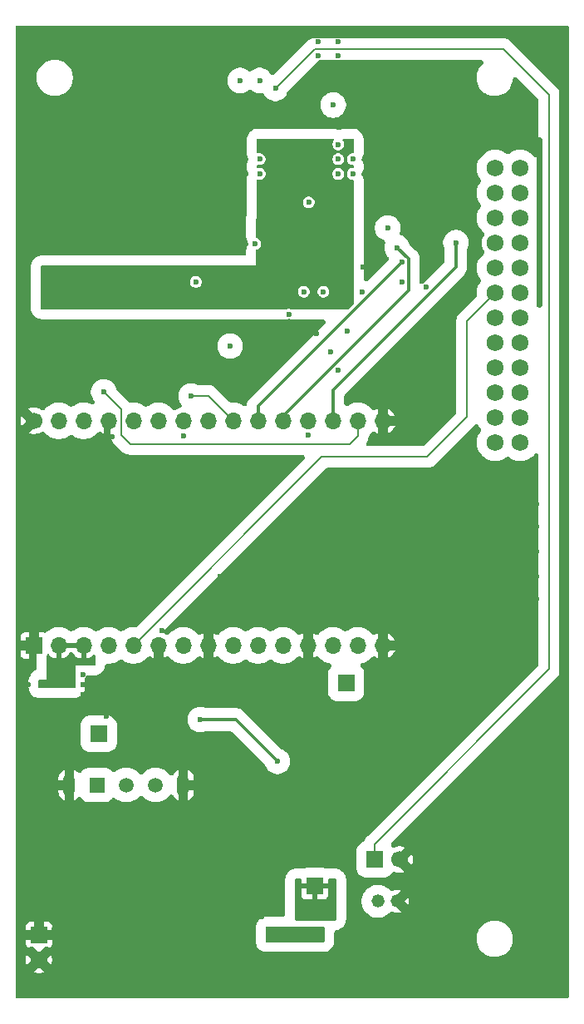
<source format=gbl>
G04 #@! TF.GenerationSoftware,KiCad,Pcbnew,9.0.1*
G04 #@! TF.CreationDate,2025-04-17T02:19:35-07:00*
G04 #@! TF.ProjectId,EE 447,45452034-3437-42e6-9b69-6361645f7063,rev?*
G04 #@! TF.SameCoordinates,Original*
G04 #@! TF.FileFunction,Copper,L4,Bot*
G04 #@! TF.FilePolarity,Positive*
%FSLAX46Y46*%
G04 Gerber Fmt 4.6, Leading zero omitted, Abs format (unit mm)*
G04 Created by KiCad (PCBNEW 9.0.1) date 2025-04-17 02:19:35*
%MOMM*%
%LPD*%
G01*
G04 APERTURE LIST*
G04 #@! TA.AperFunction,ComponentPad*
%ADD10R,1.508000X1.508000*%
G04 #@! TD*
G04 #@! TA.AperFunction,ComponentPad*
%ADD11C,1.508000*%
G04 #@! TD*
G04 #@! TA.AperFunction,ComponentPad*
%ADD12O,1.200000X2.400000*%
G04 #@! TD*
G04 #@! TA.AperFunction,ComponentPad*
%ADD13R,1.700000X1.700000*%
G04 #@! TD*
G04 #@! TA.AperFunction,ComponentPad*
%ADD14O,1.700000X1.700000*%
G04 #@! TD*
G04 #@! TA.AperFunction,ComponentPad*
%ADD15C,1.700000*%
G04 #@! TD*
G04 #@! TA.AperFunction,ComponentPad*
%ADD16C,1.320800*%
G04 #@! TD*
G04 #@! TA.AperFunction,ComponentPad*
%ADD17C,1.725000*%
G04 #@! TD*
G04 #@! TA.AperFunction,ViaPad*
%ADD18C,0.600000*%
G04 #@! TD*
G04 #@! TA.AperFunction,Conductor*
%ADD19C,0.600000*%
G04 #@! TD*
G04 #@! TA.AperFunction,Conductor*
%ADD20C,0.200000*%
G04 #@! TD*
G04 #@! TA.AperFunction,Conductor*
%ADD21C,0.300000*%
G04 #@! TD*
G04 APERTURE END LIST*
D10*
X194400000Y-181200000D03*
D11*
X197400000Y-181200000D03*
X200400000Y-181200000D03*
D12*
X191600000Y-181200000D03*
X203200000Y-181200000D03*
D13*
X187980000Y-167000000D03*
D14*
X190520000Y-167000000D03*
X193060000Y-167000000D03*
X195600000Y-167000000D03*
X198140000Y-167000000D03*
X200680000Y-167000000D03*
X203220000Y-167000000D03*
X205760000Y-167000000D03*
X208300000Y-167000000D03*
X210840000Y-167000000D03*
X213380000Y-167000000D03*
X215920000Y-167000000D03*
X218460000Y-167000000D03*
X221000000Y-167000000D03*
X223540000Y-167000000D03*
D15*
X187980000Y-144140000D03*
D14*
X190520000Y-144140000D03*
X193060000Y-144140000D03*
X195600000Y-144140000D03*
X198140000Y-144140000D03*
X200680000Y-144140000D03*
X203220000Y-144140000D03*
X205760000Y-144140000D03*
X208300000Y-144140000D03*
X210840000Y-144140000D03*
X213380000Y-144140000D03*
X215920000Y-144140000D03*
X218460000Y-144140000D03*
X221000000Y-144140000D03*
X223540000Y-144140000D03*
D13*
X216600000Y-191500000D03*
X219800000Y-170800000D03*
X188500000Y-196460000D03*
D15*
X188500000Y-199000000D03*
D16*
X223043999Y-193040000D03*
X225044000Y-193040000D03*
D13*
X194600000Y-176000000D03*
D17*
X235000000Y-118420000D03*
X237540000Y-118420000D03*
X235000000Y-120960000D03*
X237540000Y-120960000D03*
X235000000Y-123500000D03*
X237540000Y-123500000D03*
X235000000Y-126040000D03*
X237540000Y-126040000D03*
X235000000Y-128580000D03*
X237540000Y-128580000D03*
X235000000Y-131120000D03*
X237540000Y-131120000D03*
X235000000Y-133660000D03*
X237540000Y-133660000D03*
X235000000Y-136200000D03*
X237540000Y-136200000D03*
X235000000Y-138740000D03*
X237540000Y-138740000D03*
X235000000Y-141280000D03*
X237540000Y-141280000D03*
X235000000Y-143820000D03*
X237540000Y-143820000D03*
X235000000Y-146360000D03*
X237540000Y-146360000D03*
D13*
X222725000Y-188800000D03*
D15*
X225265000Y-188800000D03*
D18*
X208800000Y-194600000D03*
X220218000Y-162306000D03*
X239522000Y-118364000D03*
X222000000Y-117500000D03*
X228000000Y-119000000D03*
X220218000Y-160020000D03*
X211400000Y-188600000D03*
X220218000Y-157480000D03*
X187000000Y-125000000D03*
X190000000Y-196000000D03*
X214000000Y-170000000D03*
X214000000Y-135350000D03*
X186600000Y-176000000D03*
X210000000Y-170000000D03*
X229000000Y-122000000D03*
X221600000Y-174000000D03*
X241808000Y-156464000D03*
X231648000Y-154940000D03*
X241808000Y-171704000D03*
X241808000Y-194818000D03*
X187000000Y-192000000D03*
X187960000Y-201930000D03*
X231648000Y-157480000D03*
X200800000Y-186800000D03*
X188600000Y-174200000D03*
X235458000Y-157480000D03*
X237490000Y-185420000D03*
X210820000Y-162306000D03*
X188000000Y-194000000D03*
X214630000Y-157480000D03*
X212598000Y-157480000D03*
X203200000Y-106680000D03*
X227200000Y-200800000D03*
X241808000Y-181864000D03*
X205400000Y-196000000D03*
X190000000Y-198000000D03*
X221962500Y-124500000D03*
X241808000Y-153670000D03*
X233680000Y-168910000D03*
X241808000Y-148590000D03*
X206000000Y-165000000D03*
X195400000Y-174200000D03*
X221962500Y-121500000D03*
X241808000Y-159004000D03*
X241808000Y-125730000D03*
X241808000Y-127000000D03*
X231648000Y-160020000D03*
X191500000Y-117500000D03*
X241808000Y-130810000D03*
X188600000Y-176400000D03*
X241808000Y-142240000D03*
X241808000Y-111506000D03*
X229037500Y-139000000D03*
X241808000Y-172974000D03*
X241808000Y-145034000D03*
X187000000Y-128000000D03*
X186600000Y-169200000D03*
X200000000Y-172000000D03*
X203400000Y-192000000D03*
X241808000Y-170434000D03*
X203400000Y-186000000D03*
X241808000Y-188468000D03*
X187400000Y-174000000D03*
X187600000Y-164400000D03*
X241808000Y-139700000D03*
X220218000Y-150368000D03*
X224028000Y-152654000D03*
X226500000Y-119000000D03*
X193500000Y-114500000D03*
X233680000Y-190500000D03*
X241808000Y-135890000D03*
X237490000Y-154940000D03*
X241808000Y-198628000D03*
X219000000Y-107000000D03*
X189500000Y-116000000D03*
X219000000Y-116000000D03*
X203200000Y-175200000D03*
X239522000Y-119634000D03*
X186800000Y-157400000D03*
X241808000Y-115316000D03*
X219962500Y-135000000D03*
X190600000Y-173000000D03*
X211000000Y-105500000D03*
X186800000Y-149400000D03*
X210516000Y-126111000D03*
X193500000Y-113000000D03*
X187600000Y-152400000D03*
X231140000Y-116840000D03*
X202000000Y-172000000D03*
X218440000Y-152654000D03*
X241808000Y-149860000D03*
X229870000Y-201930000D03*
X212090000Y-201930000D03*
X205400000Y-198000000D03*
X213800000Y-175800000D03*
X216662000Y-152654000D03*
X214630000Y-154940000D03*
X241808000Y-106426000D03*
X239000000Y-106000000D03*
X186800000Y-146400000D03*
X218440000Y-162306000D03*
X204500000Y-130000000D03*
X235000000Y-115000000D03*
X203200000Y-154940000D03*
X223500000Y-119000000D03*
X230000000Y-182000000D03*
X226400000Y-178600000D03*
X217000000Y-175800000D03*
X193500000Y-117500000D03*
X212000000Y-170000000D03*
X203200000Y-160020000D03*
X203200000Y-149860000D03*
X241808000Y-179324000D03*
X224028000Y-154940000D03*
X241808000Y-120396000D03*
X187000000Y-134000000D03*
X241808000Y-187198000D03*
X186800000Y-159400000D03*
X211000000Y-113000000D03*
X237490000Y-160020000D03*
X226400000Y-177800000D03*
X229000000Y-135500000D03*
X241808000Y-193548000D03*
X216000000Y-165000000D03*
X186800000Y-151400000D03*
X217000000Y-105500000D03*
X187600000Y-151400000D03*
X187000000Y-137000000D03*
X197000000Y-157000000D03*
X191400000Y-185000000D03*
X186800000Y-152400000D03*
X207010000Y-139801600D03*
X225000000Y-119000000D03*
X187600000Y-147400000D03*
X237490000Y-162306000D03*
X187400000Y-173000000D03*
X187600000Y-158400000D03*
X228600000Y-198600000D03*
X196850000Y-201930000D03*
X189400000Y-174200000D03*
X187400000Y-172000000D03*
X233680000Y-173990000D03*
X217000000Y-107000000D03*
X205400000Y-185000000D03*
X203400000Y-185000000D03*
X216408000Y-154940000D03*
X186800000Y-150400000D03*
X187600000Y-150400000D03*
X241808000Y-129540000D03*
X241808000Y-122936000D03*
X198200000Y-191600000D03*
X187500000Y-116000000D03*
X191000000Y-125000000D03*
X186800000Y-154400000D03*
X210500000Y-137033000D03*
X187400000Y-169200000D03*
X216000000Y-175200000D03*
X187500000Y-105500000D03*
X205400000Y-190000000D03*
X195400000Y-172000000D03*
X187600000Y-148400000D03*
X186600000Y-174000000D03*
X223520000Y-201930000D03*
X187600000Y-159400000D03*
X231140000Y-111760000D03*
X241808000Y-196088000D03*
X208280000Y-201930000D03*
X216000000Y-170000000D03*
X200000000Y-170000000D03*
X215400000Y-200400000D03*
X226000000Y-198600000D03*
X237490000Y-179070000D03*
X241808000Y-133350000D03*
X202000000Y-170000000D03*
X187600000Y-154400000D03*
X195400000Y-170000000D03*
X206000000Y-170000000D03*
X187600000Y-176000000D03*
X189500000Y-117500000D03*
X205400000Y-180800000D03*
X197000000Y-153000000D03*
X210800000Y-200400000D03*
X219000000Y-117500000D03*
X239522000Y-128524000D03*
X203400000Y-188000000D03*
X191500000Y-105500000D03*
X198000000Y-123000000D03*
X241808000Y-162814000D03*
X237490000Y-168910000D03*
X211200000Y-194600000D03*
X209950001Y-192200000D03*
X228000000Y-117500000D03*
X217500000Y-131000000D03*
X199000000Y-191600000D03*
X208600000Y-187200000D03*
X195400000Y-185000000D03*
X188600000Y-175600000D03*
X239522000Y-122174000D03*
X241808000Y-116586000D03*
X193040000Y-201930000D03*
X191500000Y-119000000D03*
X241808000Y-112776000D03*
X241808000Y-197358000D03*
X187600000Y-163400000D03*
X241808000Y-121666000D03*
X241808000Y-184658000D03*
X207500000Y-107000000D03*
X241808000Y-157734000D03*
X239268000Y-160020000D03*
X208000000Y-170000000D03*
X209000000Y-105500000D03*
X239522000Y-131064000D03*
X220218000Y-152654000D03*
X197400000Y-191600000D03*
X209400000Y-188600000D03*
X204800000Y-172000000D03*
X241808000Y-178054000D03*
X191500000Y-116000000D03*
X193400000Y-185000000D03*
X239522000Y-125984000D03*
X186600000Y-171000000D03*
X220500000Y-117500000D03*
X191000000Y-122000000D03*
X215000000Y-105500000D03*
X237490000Y-165100000D03*
X209800000Y-198400000D03*
X197000000Y-149000000D03*
X186600000Y-173000000D03*
X191500000Y-113000000D03*
X193000000Y-172000000D03*
X193000000Y-171000000D03*
X218440000Y-154940000D03*
X222000000Y-119000000D03*
X241808000Y-143510000D03*
X233680000Y-157480000D03*
X212598000Y-162306000D03*
X214630000Y-162306000D03*
X218962500Y-139000000D03*
X203400000Y-196000000D03*
X186600000Y-172000000D03*
X241808000Y-169164000D03*
X187500000Y-113000000D03*
X222250000Y-160020000D03*
X241808000Y-165354000D03*
X204000000Y-170000000D03*
X233680000Y-154940000D03*
X241808000Y-175768000D03*
X215900000Y-201930000D03*
X237490000Y-157480000D03*
X195580000Y-196088000D03*
X186800000Y-162400000D03*
X193000000Y-125000000D03*
X200800000Y-187600000D03*
X188000000Y-146000000D03*
X189000000Y-125000000D03*
X187600000Y-162400000D03*
X239522000Y-120904000D03*
X241808000Y-138430000D03*
X241808000Y-137160000D03*
X219000000Y-119000000D03*
X201400000Y-185000000D03*
X219000000Y-105500000D03*
X218440000Y-150368000D03*
X190000000Y-200000000D03*
X222250000Y-154940000D03*
X208400000Y-188600000D03*
X219710000Y-201930000D03*
X216408000Y-162306000D03*
X222962500Y-139000000D03*
X211200000Y-192200000D03*
X239268000Y-154940000D03*
X187000000Y-131000000D03*
X214630000Y-160020000D03*
X231648000Y-152654000D03*
X239268000Y-162306000D03*
X203400000Y-194000000D03*
X239268000Y-157480000D03*
X241808000Y-199898000D03*
X210400000Y-188600000D03*
X241808000Y-108966000D03*
X241808000Y-146050000D03*
X210820000Y-160020000D03*
X239522000Y-115570000D03*
X190000000Y-194000000D03*
X222250000Y-162306000D03*
X186800000Y-147400000D03*
X189500000Y-105500000D03*
X187600000Y-149400000D03*
X209950001Y-194600000D03*
X218200000Y-137100000D03*
X186600000Y-175000000D03*
X241808000Y-164084000D03*
X241808000Y-151130000D03*
X241808000Y-140970000D03*
X188000000Y-165500000D03*
X237490000Y-201930000D03*
X203200000Y-111760000D03*
X241808000Y-128270000D03*
X189000000Y-122000000D03*
X187000000Y-122000000D03*
X241808000Y-134620000D03*
X233680000Y-201930000D03*
X216408000Y-157480000D03*
X231648000Y-162306000D03*
X186800000Y-156400000D03*
X193500000Y-116000000D03*
X241808000Y-117856000D03*
X197000000Y-194700000D03*
X222250000Y-157480000D03*
X221800000Y-198600000D03*
X241808000Y-174244000D03*
X224028000Y-162306000D03*
X208800000Y-192200000D03*
X239522000Y-127254000D03*
X189500000Y-119000000D03*
X235458000Y-152654000D03*
X186600000Y-170000000D03*
X199400000Y-185000000D03*
X241808000Y-183134000D03*
X228000000Y-126000000D03*
X241808000Y-119126000D03*
X187000000Y-140000000D03*
X187600000Y-161400000D03*
X229500000Y-119000000D03*
X201000000Y-165500000D03*
X193000000Y-122000000D03*
X204470000Y-201930000D03*
X205400000Y-192000000D03*
X225000000Y-117500000D03*
X214000000Y-111000000D03*
X211000000Y-117500000D03*
X207010000Y-149860000D03*
X235458000Y-154940000D03*
X186800000Y-161400000D03*
X196450000Y-188950000D03*
X187400000Y-170000000D03*
X226500000Y-117500000D03*
X203400000Y-190000000D03*
X187600000Y-156400000D03*
X223500000Y-165000000D03*
X200000000Y-174000000D03*
X241808000Y-186182000D03*
X191500000Y-114500000D03*
X241808000Y-155194000D03*
X186800000Y-164400000D03*
X196000000Y-145800000D03*
X193000000Y-170000000D03*
X241808000Y-201168000D03*
X186800000Y-160400000D03*
X214000000Y-133350000D03*
X241808000Y-110236000D03*
X203220000Y-145700000D03*
X207010000Y-154940000D03*
X241808000Y-114046000D03*
X207500000Y-105500000D03*
X198000000Y-170000000D03*
X187600000Y-153400000D03*
X187400000Y-171000000D03*
X219200000Y-198600000D03*
X229500000Y-117500000D03*
X239522000Y-132334000D03*
X221462500Y-131000000D03*
X198120000Y-116840000D03*
X241808000Y-132080000D03*
X235458000Y-162306000D03*
X212598000Y-160020000D03*
X187600000Y-157400000D03*
X235458000Y-160020000D03*
X241808000Y-107696000D03*
X215400000Y-199600000D03*
X187600000Y-175000000D03*
X237490000Y-152654000D03*
X187500000Y-114500000D03*
X205400000Y-182800000D03*
X241808000Y-180594000D03*
X241808000Y-192278000D03*
X241808000Y-167894000D03*
X189500000Y-113000000D03*
X222250000Y-150368000D03*
X187500000Y-117500000D03*
X205400000Y-186000000D03*
X210800000Y-199600000D03*
X241808000Y-147320000D03*
X187600000Y-160400000D03*
X241808000Y-161544000D03*
X193500000Y-105500000D03*
X216408000Y-160020000D03*
X241808000Y-105156000D03*
X237490000Y-190500000D03*
X208800000Y-193400000D03*
X193500000Y-119000000D03*
X199136000Y-196088000D03*
X220218000Y-154940000D03*
X198120000Y-111760000D03*
X186800000Y-153400000D03*
X239522000Y-123444000D03*
X222250000Y-152654000D03*
X223500000Y-117500000D03*
X221500000Y-128500000D03*
X187600000Y-155400000D03*
X186800000Y-163400000D03*
X187500000Y-119000000D03*
X233680000Y-179070000D03*
X227330000Y-201930000D03*
X233680000Y-185420000D03*
X186800000Y-148400000D03*
X203200000Y-116840000D03*
X207010000Y-160020000D03*
X239522000Y-116840000D03*
X218440000Y-157480000D03*
X233680000Y-162306000D03*
X215500000Y-131000000D03*
X211000000Y-119000000D03*
X200660000Y-201930000D03*
X224028000Y-157480000D03*
X213000000Y-105500000D03*
X203400000Y-198000000D03*
X233680000Y-165100000D03*
X197800000Y-194700000D03*
X186800000Y-155400000D03*
X241808000Y-124460000D03*
X233680000Y-152654000D03*
X239522000Y-124714000D03*
X209950001Y-193400000D03*
X220600000Y-200800000D03*
X241808000Y-152400000D03*
X224028000Y-160020000D03*
X239522000Y-129794000D03*
X215920000Y-145600000D03*
X241808000Y-176784000D03*
X186800000Y-158400000D03*
X216800000Y-135300000D03*
X233680000Y-160020000D03*
X190500000Y-201930000D03*
X189500000Y-114500000D03*
X228000000Y-130500000D03*
X211200000Y-193400000D03*
X224028000Y-150368000D03*
X205400000Y-194000000D03*
X186800000Y-165400000D03*
X241808000Y-191008000D03*
X241808000Y-189738000D03*
X220500000Y-119000000D03*
X197000000Y-161000000D03*
X229870000Y-195580000D03*
X241808000Y-166624000D03*
X223500000Y-146000000D03*
X239268000Y-152654000D03*
X204500000Y-126700000D03*
X241808000Y-160274000D03*
X205400000Y-188000000D03*
X198120000Y-106680000D03*
X218440000Y-160020000D03*
X197400000Y-185000000D03*
X215000000Y-193200000D03*
X209000000Y-109500000D03*
X218500000Y-112000000D03*
X216600000Y-193200000D03*
X218200000Y-193200000D03*
X211000000Y-109500000D03*
X218200000Y-194400000D03*
X215000000Y-194400000D03*
X212600000Y-110300000D03*
X191400000Y-169000000D03*
X190000000Y-170000000D03*
X216950000Y-123875000D03*
X193400000Y-130400000D03*
X190200000Y-129000000D03*
X215500000Y-126500000D03*
X190200000Y-130400000D03*
X191800000Y-129000000D03*
X191800000Y-131800000D03*
X190000000Y-169000000D03*
X190200000Y-131800000D03*
X219500000Y-128500000D03*
X219537500Y-131000000D03*
X191400000Y-170000000D03*
X213099698Y-116500302D03*
X191800000Y-130400000D03*
X193400000Y-129000000D03*
X204000000Y-141600000D03*
X225000000Y-126500000D03*
X225500000Y-128000000D03*
X231000000Y-126000000D03*
X224037500Y-124500000D03*
X225500000Y-130000000D03*
X216000000Y-121900000D03*
X207991650Y-136525000D03*
X195100000Y-141200000D03*
X213600000Y-196550000D03*
X214600000Y-196550000D03*
X215400000Y-196550000D03*
X212800000Y-178800000D03*
X204950000Y-174550000D03*
D19*
X237738000Y-138938000D02*
X237540000Y-138740000D01*
X239522000Y-132334000D02*
X239522000Y-115570000D01*
X241808000Y-201168000D02*
X241808000Y-105156000D01*
D20*
X240538000Y-169418000D02*
X222725000Y-187231000D01*
X222725000Y-187231000D02*
X222725000Y-188800000D01*
X235839000Y-106299000D02*
X240538000Y-110998000D01*
X240538000Y-110998000D02*
X240538000Y-169418000D01*
X216601000Y-106299000D02*
X235839000Y-106299000D01*
X212600000Y-110300000D02*
X216601000Y-106299000D01*
D21*
X237540000Y-133660000D02*
X237660000Y-133660000D01*
X237660000Y-133660000D02*
X238000000Y-134000000D01*
D20*
X208300000Y-144140000D02*
X205760000Y-141600000D01*
X205760000Y-141600000D02*
X204200000Y-141600000D01*
X232156000Y-133964000D02*
X235000000Y-131120000D01*
X228092000Y-147828000D02*
X232156000Y-143764000D01*
X198140000Y-167000000D02*
X217312000Y-147828000D01*
X217312000Y-147828000D02*
X228092000Y-147828000D01*
X232156000Y-143764000D02*
X232156000Y-133964000D01*
D21*
X225000000Y-126500000D02*
X226151000Y-127651000D01*
X213380000Y-143620000D02*
X213380000Y-144140000D01*
X226151000Y-127651000D02*
X226151000Y-130849000D01*
X226151000Y-130849000D02*
X213380000Y-143620000D01*
X210840000Y-142660000D02*
X210840000Y-144140000D01*
X225500000Y-128000000D02*
X210840000Y-142660000D01*
X231000000Y-128500000D02*
X218460000Y-141040000D01*
X218460000Y-141040000D02*
X218460000Y-144140000D01*
X231000000Y-126000000D02*
X231000000Y-128500000D01*
D20*
X196900000Y-145600000D02*
X196900000Y-143000000D01*
X221000000Y-144140000D02*
X221000000Y-145700000D01*
X221000000Y-145700000D02*
X220200000Y-146500000D01*
X220200000Y-146500000D02*
X197800000Y-146500000D01*
X197800000Y-146500000D02*
X196900000Y-145600000D01*
X196900000Y-143000000D02*
X195100000Y-141200000D01*
D21*
X208550000Y-174550000D02*
X212800000Y-178800000D01*
X205050000Y-174550000D02*
X208550000Y-174550000D01*
X205000000Y-174600000D02*
X205050000Y-174550000D01*
G04 #@! TA.AperFunction,Conductor*
G36*
X242385788Y-103919454D02*
G01*
X242466570Y-103973430D01*
X242520546Y-104054212D01*
X242539500Y-104149500D01*
X242539500Y-202650500D01*
X242520546Y-202745788D01*
X242466570Y-202826570D01*
X242385788Y-202880546D01*
X242290500Y-202899500D01*
X186349500Y-202899500D01*
X186254212Y-202880546D01*
X186173430Y-202826570D01*
X186119454Y-202745788D01*
X186100500Y-202650500D01*
X186100500Y-200242396D01*
X187964710Y-200242396D01*
X187981781Y-200251094D01*
X187981780Y-200251094D01*
X188183876Y-200316758D01*
X188393743Y-200349999D01*
X188393756Y-200350000D01*
X188606244Y-200350000D01*
X188606256Y-200349999D01*
X188816123Y-200316758D01*
X189018219Y-200251094D01*
X189035289Y-200242395D01*
X188500000Y-199707106D01*
X187964710Y-200242396D01*
X186100500Y-200242396D01*
X186100500Y-198893743D01*
X187150000Y-198893743D01*
X187150000Y-199106256D01*
X187183241Y-199316123D01*
X187248904Y-199518214D01*
X187257603Y-199535288D01*
X187792892Y-199000000D01*
X187727066Y-198934174D01*
X188000000Y-198934174D01*
X188000000Y-199065826D01*
X188034075Y-199192993D01*
X188099901Y-199307007D01*
X188192993Y-199400099D01*
X188307007Y-199465925D01*
X188434174Y-199500000D01*
X188565826Y-199500000D01*
X188692993Y-199465925D01*
X188807007Y-199400099D01*
X188900099Y-199307007D01*
X188965925Y-199192993D01*
X189000000Y-199065826D01*
X189000000Y-199000000D01*
X189207106Y-199000000D01*
X189742395Y-199535289D01*
X189751094Y-199518219D01*
X189816758Y-199316123D01*
X189849999Y-199106256D01*
X189850000Y-199106244D01*
X189850000Y-198893755D01*
X189849999Y-198893743D01*
X189816758Y-198683876D01*
X189751094Y-198481780D01*
X189742396Y-198464710D01*
X189207106Y-199000000D01*
X189000000Y-199000000D01*
X189000000Y-198934174D01*
X188965925Y-198807007D01*
X188900099Y-198692993D01*
X188807007Y-198599901D01*
X188692993Y-198534075D01*
X188565826Y-198500000D01*
X188434174Y-198500000D01*
X188307007Y-198534075D01*
X188192993Y-198599901D01*
X188099901Y-198692993D01*
X188034075Y-198807007D01*
X188000000Y-198934174D01*
X187727066Y-198934174D01*
X187257602Y-198464710D01*
X187248906Y-198481779D01*
X187248900Y-198481793D01*
X187183241Y-198683873D01*
X187183241Y-198683874D01*
X187150000Y-198893743D01*
X186100500Y-198893743D01*
X186100500Y-196960001D01*
X187150000Y-196960001D01*
X187150000Y-197357832D01*
X187156401Y-197417371D01*
X187156403Y-197417378D01*
X187206646Y-197552087D01*
X187292810Y-197667187D01*
X187292812Y-197667189D01*
X187407911Y-197753352D01*
X187458110Y-197772075D01*
X187542576Y-197687610D01*
X187623357Y-197633633D01*
X187718645Y-197614679D01*
X187813933Y-197633633D01*
X187894715Y-197687609D01*
X188499999Y-198292892D01*
X189105283Y-197687609D01*
X189186065Y-197633633D01*
X189281353Y-197614679D01*
X189376641Y-197633633D01*
X189457423Y-197687609D01*
X189457423Y-197687610D01*
X189541888Y-197772075D01*
X189592088Y-197753352D01*
X189707187Y-197667189D01*
X189707189Y-197667187D01*
X189793353Y-197552087D01*
X189843596Y-197417378D01*
X189843598Y-197417371D01*
X189849999Y-197357832D01*
X189850000Y-197357825D01*
X189850000Y-196960001D01*
X189849999Y-196960000D01*
X188565826Y-196960000D01*
X188692993Y-196925925D01*
X188807007Y-196860099D01*
X188900099Y-196767007D01*
X188965925Y-196652993D01*
X189000000Y-196525826D01*
X189000000Y-196394174D01*
X188965925Y-196267007D01*
X188900099Y-196152993D01*
X188807007Y-196059901D01*
X188692993Y-195994075D01*
X188565826Y-195960000D01*
X188434174Y-195960000D01*
X188307007Y-195994075D01*
X188192993Y-196059901D01*
X188099901Y-196152993D01*
X188034075Y-196267007D01*
X188000000Y-196394174D01*
X188000000Y-196525826D01*
X188034075Y-196652993D01*
X188099901Y-196767007D01*
X188192993Y-196860099D01*
X188307007Y-196925925D01*
X188434174Y-196960000D01*
X187150001Y-196960000D01*
X187150000Y-196960001D01*
X186100500Y-196960001D01*
X186100500Y-195562167D01*
X187150000Y-195562167D01*
X187150000Y-195959999D01*
X187150001Y-195960000D01*
X187999999Y-195960000D01*
X188000000Y-195959999D01*
X188000000Y-195110001D01*
X189000000Y-195110001D01*
X189000000Y-195959999D01*
X189000001Y-195960000D01*
X189849999Y-195960000D01*
X189850000Y-195959999D01*
X189850000Y-195724005D01*
X210594500Y-195724005D01*
X210594500Y-197075967D01*
X210594567Y-197087589D01*
X210594567Y-197087592D01*
X210617481Y-197289745D01*
X210628685Y-197341246D01*
X210628693Y-197341279D01*
X210653214Y-197432931D01*
X210653218Y-197432945D01*
X210734306Y-197619523D01*
X210734307Y-197619526D01*
X210851300Y-197785975D01*
X210851305Y-197785980D01*
X210897055Y-197838778D01*
X211016168Y-197955179D01*
X211185264Y-198068308D01*
X211185265Y-198068308D01*
X211185266Y-198068309D01*
X211222945Y-198083663D01*
X211373671Y-198145083D01*
X211440710Y-198164768D01*
X211511964Y-198182518D01*
X211521598Y-198184918D01*
X211723331Y-198205432D01*
X211724000Y-198205500D01*
X211724006Y-198205500D01*
X217475967Y-198205500D01*
X217476000Y-198205500D01*
X217487588Y-198205433D01*
X217689743Y-198182519D01*
X217741254Y-198171313D01*
X217832938Y-198146784D01*
X218019527Y-198065692D01*
X218185974Y-197948700D01*
X218238778Y-197902945D01*
X218355179Y-197783832D01*
X218468308Y-197614736D01*
X218545083Y-197426329D01*
X218564768Y-197359290D01*
X218584917Y-197278406D01*
X218591692Y-197211790D01*
X218605498Y-197076019D01*
X218605500Y-197075994D01*
X218605500Y-196728712D01*
X233099500Y-196728712D01*
X233099500Y-196971287D01*
X233131162Y-197211790D01*
X233131163Y-197211795D01*
X233193940Y-197446082D01*
X233193948Y-197446105D01*
X233286770Y-197670201D01*
X233286778Y-197670217D01*
X233408058Y-197880279D01*
X233408064Y-197880289D01*
X233555729Y-198072731D01*
X233555738Y-198072741D01*
X233727258Y-198244261D01*
X233727268Y-198244270D01*
X233790634Y-198292892D01*
X233919711Y-198391936D01*
X233919720Y-198391941D01*
X234129782Y-198513221D01*
X234129798Y-198513229D01*
X234269858Y-198571242D01*
X234353900Y-198606054D01*
X234353911Y-198606057D01*
X234353917Y-198606059D01*
X234537021Y-198655121D01*
X234588211Y-198668838D01*
X234828712Y-198700500D01*
X235071288Y-198700500D01*
X235311789Y-198668838D01*
X235473275Y-198625567D01*
X235546082Y-198606059D01*
X235546084Y-198606058D01*
X235546100Y-198606054D01*
X235719873Y-198534075D01*
X235770201Y-198513229D01*
X235770206Y-198513226D01*
X235770212Y-198513224D01*
X235980289Y-198391936D01*
X236172738Y-198244265D01*
X236344265Y-198072738D01*
X236491936Y-197880289D01*
X236613224Y-197670212D01*
X236614477Y-197667189D01*
X236662153Y-197552087D01*
X236706054Y-197446100D01*
X236711353Y-197426326D01*
X236734150Y-197341246D01*
X236768838Y-197211789D01*
X236800500Y-196971288D01*
X236800500Y-196728712D01*
X236768838Y-196488211D01*
X236706054Y-196253900D01*
X236664257Y-196152993D01*
X236613229Y-196029798D01*
X236613221Y-196029782D01*
X236491941Y-195819720D01*
X236491935Y-195819710D01*
X236491848Y-195819597D01*
X236393199Y-195691034D01*
X236344270Y-195627268D01*
X236344261Y-195627258D01*
X236172741Y-195455738D01*
X236172731Y-195455729D01*
X235980289Y-195308064D01*
X235980279Y-195308058D01*
X235770217Y-195186778D01*
X235770201Y-195186770D01*
X235546105Y-195093948D01*
X235546103Y-195093947D01*
X235546100Y-195093946D01*
X235546096Y-195093945D01*
X235546082Y-195093940D01*
X235311795Y-195031163D01*
X235311790Y-195031162D01*
X235071288Y-194999500D01*
X234828712Y-194999500D01*
X234588209Y-195031162D01*
X234588204Y-195031163D01*
X234353917Y-195093940D01*
X234353894Y-195093948D01*
X234129798Y-195186770D01*
X234129782Y-195186778D01*
X233919720Y-195308058D01*
X233919710Y-195308064D01*
X233727268Y-195455729D01*
X233727258Y-195455738D01*
X233555738Y-195627258D01*
X233555729Y-195627268D01*
X233408064Y-195819710D01*
X233408058Y-195819720D01*
X233286778Y-196029782D01*
X233286770Y-196029798D01*
X233193948Y-196253894D01*
X233193940Y-196253917D01*
X233131163Y-196488204D01*
X233131162Y-196488209D01*
X233099500Y-196728712D01*
X218605500Y-196728712D01*
X218605500Y-196232662D01*
X218624454Y-196137374D01*
X218678430Y-196056592D01*
X218759212Y-196002616D01*
X218814718Y-195986861D01*
X218825592Y-195985100D01*
X218911240Y-195971239D01*
X218985740Y-195951277D01*
X219098490Y-195913799D01*
X219278819Y-195819602D01*
X219436496Y-195691034D01*
X219491034Y-195636496D01*
X219569939Y-195547663D01*
X219679010Y-195375922D01*
X219751277Y-195185740D01*
X219771239Y-195111240D01*
X219784917Y-195053406D01*
X219788704Y-195016172D01*
X219805498Y-194851019D01*
X219805500Y-194850994D01*
X219805500Y-192909274D01*
X221383099Y-192909274D01*
X221383099Y-193170725D01*
X221423993Y-193428917D01*
X221423998Y-193428934D01*
X221469709Y-193569621D01*
X221504782Y-193677564D01*
X221623470Y-193910501D01*
X221777135Y-194122004D01*
X221961995Y-194306864D01*
X222173498Y-194460529D01*
X222406435Y-194579217D01*
X222655071Y-194660003D01*
X222655077Y-194660004D01*
X222655081Y-194660005D01*
X222913273Y-194700899D01*
X222913280Y-194700899D01*
X222913283Y-194700900D01*
X222913286Y-194700900D01*
X223174712Y-194700900D01*
X223174715Y-194700900D01*
X223174718Y-194700899D01*
X223174724Y-194700899D01*
X223432916Y-194660005D01*
X223432917Y-194660004D01*
X223432927Y-194660003D01*
X223681563Y-194579217D01*
X223914500Y-194460529D01*
X224126003Y-194306864D01*
X224284439Y-194148427D01*
X224365214Y-194094456D01*
X224460502Y-194075501D01*
X224555791Y-194094454D01*
X224573546Y-194102640D01*
X224598554Y-194115382D01*
X224598565Y-194115386D01*
X224772274Y-194171827D01*
X224952664Y-194200398D01*
X224952679Y-194200400D01*
X225135321Y-194200400D01*
X225135335Y-194200398D01*
X225315723Y-194171828D01*
X225315725Y-194171827D01*
X225431200Y-194134306D01*
X224866516Y-193569621D01*
X224812540Y-193488840D01*
X224793586Y-193393552D01*
X224798734Y-193367666D01*
X224887135Y-193418705D01*
X224990496Y-193446400D01*
X225097504Y-193446400D01*
X225200865Y-193418705D01*
X225293536Y-193365201D01*
X225369201Y-193289536D01*
X225422705Y-193196865D01*
X225450400Y-193093504D01*
X225450400Y-193039999D01*
X225751106Y-193039999D01*
X226138307Y-193427200D01*
X226175827Y-193311725D01*
X226175828Y-193311723D01*
X226204398Y-193131335D01*
X226204400Y-193131320D01*
X226204400Y-192948679D01*
X226204398Y-192948664D01*
X226175828Y-192768277D01*
X226138306Y-192652798D01*
X225751106Y-193039999D01*
X225450400Y-193039999D01*
X225450400Y-192986496D01*
X225422705Y-192883135D01*
X225369201Y-192790464D01*
X225293536Y-192714799D01*
X225200865Y-192661295D01*
X225097504Y-192633600D01*
X224990496Y-192633600D01*
X224887135Y-192661295D01*
X224798735Y-192712332D01*
X224793586Y-192686446D01*
X224812540Y-192591157D01*
X224866517Y-192510376D01*
X225431200Y-191945692D01*
X225431200Y-191945691D01*
X225315734Y-191908175D01*
X225315715Y-191908170D01*
X225135335Y-191879601D01*
X225135321Y-191879600D01*
X224952679Y-191879600D01*
X224952664Y-191879601D01*
X224772274Y-191908172D01*
X224598565Y-191964613D01*
X224598563Y-191964613D01*
X224573545Y-191977361D01*
X224480037Y-192003731D01*
X224383555Y-191992310D01*
X224298789Y-191944836D01*
X224284435Y-191931568D01*
X224126004Y-191773137D01*
X224126003Y-191773136D01*
X223914500Y-191619471D01*
X223914497Y-191619469D01*
X223914491Y-191619466D01*
X223681573Y-191500788D01*
X223681571Y-191500787D01*
X223681563Y-191500783D01*
X223681556Y-191500780D01*
X223681552Y-191500779D01*
X223432933Y-191419999D01*
X223432934Y-191419999D01*
X223432927Y-191419997D01*
X223432925Y-191419996D01*
X223432916Y-191419994D01*
X223174724Y-191379100D01*
X223174715Y-191379100D01*
X222913283Y-191379100D01*
X222913273Y-191379100D01*
X222655081Y-191419994D01*
X222655064Y-191419999D01*
X222406445Y-191500779D01*
X222406437Y-191500782D01*
X222406435Y-191500783D01*
X222406431Y-191500784D01*
X222406424Y-191500788D01*
X222173506Y-191619466D01*
X222173499Y-191619470D01*
X221961993Y-191773137D01*
X221777136Y-191957994D01*
X221623469Y-192169500D01*
X221623465Y-192169507D01*
X221504787Y-192402425D01*
X221504778Y-192402446D01*
X221423998Y-192651065D01*
X221423993Y-192651082D01*
X221383099Y-192909274D01*
X219805500Y-192909274D01*
X219805500Y-190848993D01*
X219805198Y-190838809D01*
X219803744Y-190789596D01*
X219771239Y-190588760D01*
X219751277Y-190514260D01*
X219713799Y-190401510D01*
X219619602Y-190221181D01*
X219491034Y-190063504D01*
X219436496Y-190008966D01*
X219436487Y-190008958D01*
X219436483Y-190008954D01*
X219347664Y-189930062D01*
X219347663Y-189930061D01*
X219175922Y-189820990D01*
X218985740Y-189748723D01*
X218985739Y-189748722D01*
X218985732Y-189748720D01*
X218985733Y-189748720D01*
X218911235Y-189728759D01*
X218855482Y-189715574D01*
X218853406Y-189715083D01*
X218853404Y-189715082D01*
X218853391Y-189715080D01*
X218651019Y-189694501D01*
X218651003Y-189694500D01*
X218651000Y-189694500D01*
X218099000Y-189694500D01*
X218098993Y-189694500D01*
X218047021Y-189696036D01*
X218039596Y-189696256D01*
X218039594Y-189696256D01*
X218039585Y-189696257D01*
X217911863Y-189716929D01*
X217814770Y-189713443D01*
X217803600Y-189710526D01*
X217627418Y-189660114D01*
X217508037Y-189649500D01*
X217508035Y-189649500D01*
X215691968Y-189649500D01*
X215691956Y-189649501D01*
X215572582Y-189660113D01*
X215406145Y-189707736D01*
X215311552Y-189715541D01*
X215311515Y-189715907D01*
X215309548Y-189715707D01*
X215309319Y-189715726D01*
X215308241Y-189715574D01*
X215101019Y-189694501D01*
X215101003Y-189694500D01*
X215101000Y-189694500D01*
X214749000Y-189694500D01*
X214748993Y-189694500D01*
X214689596Y-189696256D01*
X214689585Y-189696257D01*
X214488760Y-189728760D01*
X214488749Y-189728763D01*
X214414267Y-189748720D01*
X214414245Y-189748727D01*
X214301510Y-189786200D01*
X214121185Y-189880395D01*
X214121175Y-189880402D01*
X213963510Y-190008960D01*
X213908954Y-190063516D01*
X213830062Y-190152335D01*
X213786339Y-190221181D01*
X213720990Y-190324078D01*
X213691567Y-190401510D01*
X213648720Y-190514267D01*
X213628759Y-190588764D01*
X213615084Y-190646589D01*
X213615080Y-190646608D01*
X213594501Y-190848980D01*
X213594500Y-190849005D01*
X213594500Y-194345500D01*
X213575546Y-194440788D01*
X213521570Y-194521570D01*
X213440788Y-194575546D01*
X213345500Y-194594500D01*
X211724000Y-194594500D01*
X211713074Y-194594563D01*
X211712410Y-194594567D01*
X211712407Y-194594567D01*
X211510254Y-194617481D01*
X211458753Y-194628685D01*
X211458720Y-194628693D01*
X211367068Y-194653214D01*
X211367054Y-194653218D01*
X211180476Y-194734306D01*
X211180473Y-194734307D01*
X211014024Y-194851300D01*
X211014019Y-194851305D01*
X210961231Y-194897046D01*
X210961217Y-194897059D01*
X210844825Y-195016163D01*
X210844818Y-195016172D01*
X210731692Y-195185264D01*
X210731690Y-195185266D01*
X210654920Y-195373663D01*
X210654916Y-195373673D01*
X210635233Y-195440705D01*
X210615081Y-195521598D01*
X210594501Y-195723980D01*
X210594500Y-195724005D01*
X189850000Y-195724005D01*
X189850000Y-195562175D01*
X189849999Y-195562167D01*
X189843598Y-195502628D01*
X189843596Y-195502621D01*
X189793353Y-195367912D01*
X189707189Y-195252812D01*
X189707187Y-195252810D01*
X189592087Y-195166646D01*
X189457378Y-195116403D01*
X189457371Y-195116401D01*
X189397832Y-195110000D01*
X189000001Y-195110000D01*
X189000000Y-195110001D01*
X188000000Y-195110001D01*
X187999999Y-195110000D01*
X187602167Y-195110000D01*
X187542628Y-195116401D01*
X187542621Y-195116403D01*
X187407912Y-195166646D01*
X187292812Y-195252810D01*
X187292810Y-195252812D01*
X187206646Y-195367912D01*
X187156403Y-195502621D01*
X187156401Y-195502628D01*
X187150000Y-195562167D01*
X186100500Y-195562167D01*
X186100500Y-181700001D01*
X190500000Y-181700001D01*
X190500000Y-181886581D01*
X190527085Y-182057583D01*
X190527085Y-182057584D01*
X190580586Y-182222245D01*
X190580592Y-182222258D01*
X190659191Y-182376516D01*
X190659195Y-182376523D01*
X190760968Y-182516603D01*
X190883396Y-182639031D01*
X191023479Y-182740806D01*
X191023484Y-182740809D01*
X191099998Y-182779795D01*
X191100000Y-182779794D01*
X191100000Y-181700001D01*
X191099999Y-181700000D01*
X190500001Y-181700000D01*
X190500000Y-181700001D01*
X186100500Y-181700001D01*
X186100500Y-180747339D01*
X191200000Y-180747339D01*
X191200000Y-181652661D01*
X191227259Y-181754394D01*
X191279920Y-181845606D01*
X191354394Y-181920080D01*
X191445606Y-181972741D01*
X191547339Y-182000000D01*
X191652661Y-182000000D01*
X191754394Y-181972741D01*
X191845606Y-181920080D01*
X191920080Y-181845606D01*
X191972741Y-181754394D01*
X192000000Y-181652661D01*
X192000000Y-180747339D01*
X191972741Y-180645606D01*
X191920080Y-180554394D01*
X191845606Y-180479920D01*
X191754394Y-180427259D01*
X191652661Y-180400000D01*
X191547339Y-180400000D01*
X191445606Y-180427259D01*
X191354394Y-180479920D01*
X191279920Y-180554394D01*
X191227259Y-180645606D01*
X191200000Y-180747339D01*
X186100500Y-180747339D01*
X186100500Y-180513418D01*
X190500000Y-180513418D01*
X190500000Y-180699999D01*
X190500001Y-180700000D01*
X191099999Y-180700000D01*
X191100000Y-180699999D01*
X191100000Y-179620204D01*
X191099999Y-179620203D01*
X192100000Y-179620203D01*
X192100000Y-182779794D01*
X192100001Y-182779795D01*
X192176515Y-182740809D01*
X192176520Y-182740806D01*
X192316603Y-182639031D01*
X192445951Y-182509684D01*
X192447210Y-182510943D01*
X192513259Y-182458862D01*
X192606764Y-182432480D01*
X192703247Y-182443888D01*
X192788019Y-182491351D01*
X192819305Y-182523354D01*
X192934891Y-182665109D01*
X193092593Y-182793698D01*
X193272951Y-182887909D01*
X193468582Y-182943886D01*
X193587963Y-182954500D01*
X195212036Y-182954499D01*
X195331418Y-182943886D01*
X195527049Y-182887909D01*
X195707407Y-182793698D01*
X195865109Y-182665109D01*
X195928705Y-182587114D01*
X196003608Y-182525244D01*
X196096489Y-182496747D01*
X196193206Y-182505963D01*
X196273262Y-182546923D01*
X196423160Y-182661944D01*
X196423169Y-182661949D01*
X196622333Y-182776937D01*
X196622336Y-182776938D01*
X196622339Y-182776940D01*
X196834824Y-182864954D01*
X197056980Y-182924480D01*
X197285004Y-182954500D01*
X197514996Y-182954500D01*
X197743020Y-182924480D01*
X197965176Y-182864954D01*
X198177661Y-182776940D01*
X198376840Y-182661944D01*
X198559305Y-182521934D01*
X198721934Y-182359305D01*
X198721934Y-182359304D01*
X198723930Y-182357309D01*
X198804712Y-182303333D01*
X198900000Y-182284379D01*
X198995288Y-182303333D01*
X199076070Y-182357309D01*
X199240691Y-182521930D01*
X199240701Y-182521939D01*
X199325643Y-182587117D01*
X199423160Y-182661944D01*
X199423169Y-182661949D01*
X199622333Y-182776937D01*
X199622336Y-182776938D01*
X199622339Y-182776940D01*
X199834824Y-182864954D01*
X200056980Y-182924480D01*
X200285004Y-182954500D01*
X200514996Y-182954500D01*
X200743020Y-182924480D01*
X200965176Y-182864954D01*
X201177661Y-182776940D01*
X201376840Y-182661944D01*
X201559305Y-182521934D01*
X201721934Y-182359305D01*
X201799289Y-182258492D01*
X201872331Y-182194437D01*
X201964330Y-182163207D01*
X202061277Y-182169561D01*
X202148413Y-182212531D01*
X202212472Y-182285576D01*
X202218692Y-182297033D01*
X202259191Y-182376516D01*
X202259195Y-182376523D01*
X202360968Y-182516603D01*
X202483396Y-182639031D01*
X202623479Y-182740806D01*
X202623484Y-182740809D01*
X202699998Y-182779795D01*
X202700000Y-182779794D01*
X202700000Y-180747339D01*
X202800000Y-180747339D01*
X202800000Y-181652661D01*
X202827259Y-181754394D01*
X202879920Y-181845606D01*
X202954394Y-181920080D01*
X203045606Y-181972741D01*
X203147339Y-182000000D01*
X203252661Y-182000000D01*
X203354394Y-181972741D01*
X203445606Y-181920080D01*
X203520080Y-181845606D01*
X203572741Y-181754394D01*
X203587315Y-181700001D01*
X203700000Y-181700001D01*
X203700000Y-182779794D01*
X203700001Y-182779795D01*
X203776515Y-182740809D01*
X203776520Y-182740806D01*
X203916603Y-182639031D01*
X204039031Y-182516603D01*
X204140804Y-182376523D01*
X204140808Y-182376516D01*
X204219407Y-182222258D01*
X204219413Y-182222245D01*
X204272914Y-182057584D01*
X204272914Y-182057583D01*
X204299999Y-181886581D01*
X204300000Y-181886569D01*
X204300000Y-181700001D01*
X204299999Y-181700000D01*
X203700001Y-181700000D01*
X203700000Y-181700001D01*
X203587315Y-181700001D01*
X203600000Y-181652661D01*
X203600000Y-180747339D01*
X203587315Y-180699999D01*
X203700000Y-180699999D01*
X203700001Y-180700000D01*
X204299999Y-180700000D01*
X204300000Y-180699999D01*
X204300000Y-180513430D01*
X204299999Y-180513418D01*
X204272914Y-180342416D01*
X204272914Y-180342415D01*
X204219413Y-180177754D01*
X204219407Y-180177741D01*
X204140808Y-180023483D01*
X204140804Y-180023476D01*
X204039031Y-179883396D01*
X203916603Y-179760968D01*
X203776523Y-179659195D01*
X203776516Y-179659190D01*
X203700000Y-179620203D01*
X203700000Y-180699999D01*
X203587315Y-180699999D01*
X203572741Y-180645606D01*
X203520080Y-180554394D01*
X203445606Y-180479920D01*
X203354394Y-180427259D01*
X203252661Y-180400000D01*
X203147339Y-180400000D01*
X203045606Y-180427259D01*
X202954394Y-180479920D01*
X202879920Y-180554394D01*
X202827259Y-180645606D01*
X202800000Y-180747339D01*
X202700000Y-180747339D01*
X202700000Y-179620204D01*
X202699999Y-179620203D01*
X202623483Y-179659190D01*
X202623476Y-179659195D01*
X202483396Y-179760968D01*
X202360968Y-179883396D01*
X202259195Y-180023476D01*
X202259193Y-180023479D01*
X202218692Y-180102967D01*
X202158543Y-180179264D01*
X202073776Y-180226736D01*
X201977294Y-180238154D01*
X201883787Y-180211782D01*
X201807490Y-180151633D01*
X201799287Y-180141504D01*
X201721934Y-180040695D01*
X201559305Y-179878066D01*
X201559302Y-179878064D01*
X201559298Y-179878060D01*
X201376840Y-179738056D01*
X201376830Y-179738050D01*
X201177666Y-179623062D01*
X201177655Y-179623057D01*
X200965182Y-179535048D01*
X200965179Y-179535047D01*
X200965177Y-179535046D01*
X200965176Y-179535046D01*
X200743020Y-179475520D01*
X200743017Y-179475519D01*
X200743016Y-179475519D01*
X200514996Y-179445500D01*
X200285004Y-179445500D01*
X200056984Y-179475519D01*
X199834820Y-179535047D01*
X199834817Y-179535048D01*
X199622344Y-179623057D01*
X199622333Y-179623062D01*
X199423169Y-179738050D01*
X199423159Y-179738056D01*
X199240701Y-179878060D01*
X199240691Y-179878069D01*
X199076070Y-180042691D01*
X198995288Y-180096667D01*
X198900000Y-180115621D01*
X198804712Y-180096667D01*
X198723930Y-180042691D01*
X198559308Y-179878069D01*
X198559298Y-179878060D01*
X198376840Y-179738056D01*
X198376830Y-179738050D01*
X198177666Y-179623062D01*
X198177655Y-179623057D01*
X197965182Y-179535048D01*
X197965179Y-179535047D01*
X197965177Y-179535046D01*
X197965176Y-179535046D01*
X197743020Y-179475520D01*
X197743017Y-179475519D01*
X197743016Y-179475519D01*
X197514996Y-179445500D01*
X197285004Y-179445500D01*
X197056984Y-179475519D01*
X196834820Y-179535047D01*
X196834817Y-179535048D01*
X196622344Y-179623057D01*
X196622333Y-179623062D01*
X196423169Y-179738050D01*
X196423164Y-179738053D01*
X196423160Y-179738056D01*
X196273263Y-179853076D01*
X196186127Y-179896046D01*
X196089180Y-179902400D01*
X195997181Y-179871170D01*
X195928703Y-179812883D01*
X195911647Y-179791966D01*
X195865109Y-179734891D01*
X195707407Y-179606302D01*
X195707402Y-179606299D01*
X195527053Y-179512093D01*
X195527052Y-179512092D01*
X195527049Y-179512091D01*
X195331418Y-179456114D01*
X195212037Y-179445500D01*
X195212035Y-179445500D01*
X193587968Y-179445500D01*
X193587956Y-179445501D01*
X193468585Y-179456113D01*
X193272954Y-179512090D01*
X193272946Y-179512093D01*
X193092597Y-179606299D01*
X193092592Y-179606302D01*
X192934893Y-179734889D01*
X192934883Y-179734899D01*
X192819306Y-179876643D01*
X192744400Y-179938515D01*
X192651518Y-179967012D01*
X192554801Y-179957795D01*
X192468974Y-179912267D01*
X192446230Y-179890036D01*
X192445951Y-179890316D01*
X192316603Y-179760968D01*
X192176523Y-179659195D01*
X192176516Y-179659190D01*
X192100000Y-179620203D01*
X191099999Y-179620203D01*
X191023483Y-179659190D01*
X191023476Y-179659195D01*
X190883396Y-179760968D01*
X190760968Y-179883396D01*
X190659195Y-180023476D01*
X190659191Y-180023483D01*
X190580592Y-180177741D01*
X190580586Y-180177754D01*
X190527085Y-180342415D01*
X190527085Y-180342416D01*
X190500000Y-180513418D01*
X186100500Y-180513418D01*
X186100500Y-175091963D01*
X192749500Y-175091963D01*
X192749500Y-176908031D01*
X192749501Y-176908043D01*
X192760113Y-177027414D01*
X192760113Y-177027417D01*
X192760114Y-177027418D01*
X192816091Y-177223049D01*
X192910302Y-177403407D01*
X193038891Y-177561109D01*
X193196593Y-177689698D01*
X193376951Y-177783909D01*
X193572582Y-177839886D01*
X193691963Y-177850500D01*
X195508036Y-177850499D01*
X195627418Y-177839886D01*
X195823049Y-177783909D01*
X196003407Y-177689698D01*
X196161109Y-177561109D01*
X196289698Y-177403407D01*
X196383909Y-177223049D01*
X196439886Y-177027418D01*
X196450500Y-176908037D01*
X196450499Y-175091964D01*
X196439886Y-174972582D01*
X196383909Y-174776951D01*
X196289698Y-174596593D01*
X196288581Y-174595223D01*
X196288580Y-174595221D01*
X196288577Y-174595218D01*
X196168241Y-174447638D01*
X203649500Y-174447638D01*
X203649500Y-174652361D01*
X203681522Y-174854531D01*
X203744778Y-175049214D01*
X203744782Y-175049224D01*
X203837711Y-175231607D01*
X203837713Y-175231610D01*
X203958034Y-175397219D01*
X204102781Y-175541966D01*
X204268390Y-175662287D01*
X204450781Y-175755220D01*
X204645466Y-175818477D01*
X204716575Y-175829739D01*
X204847638Y-175850499D01*
X204847645Y-175850499D01*
X204847648Y-175850500D01*
X204847651Y-175850500D01*
X205052349Y-175850500D01*
X205052352Y-175850500D01*
X205052355Y-175850499D01*
X205052361Y-175850499D01*
X205147870Y-175835371D01*
X205254534Y-175818477D01*
X205449219Y-175755220D01*
X205503350Y-175727639D01*
X205596857Y-175701268D01*
X205616393Y-175700500D01*
X207970307Y-175700500D01*
X208065595Y-175719454D01*
X208146377Y-175773430D01*
X211515263Y-179142315D01*
X211569239Y-179223097D01*
X211576006Y-179241439D01*
X211594779Y-179299217D01*
X211594782Y-179299224D01*
X211684609Y-179475519D01*
X211687713Y-179481610D01*
X211808034Y-179647219D01*
X211952781Y-179791966D01*
X212118390Y-179912287D01*
X212300781Y-180005220D01*
X212495466Y-180068477D01*
X212566575Y-180079739D01*
X212697638Y-180100499D01*
X212697645Y-180100499D01*
X212697648Y-180100500D01*
X212697651Y-180100500D01*
X212902349Y-180100500D01*
X212902352Y-180100500D01*
X212902355Y-180100499D01*
X212902361Y-180100499D01*
X212997870Y-180085371D01*
X213104534Y-180068477D01*
X213299219Y-180005220D01*
X213481610Y-179912287D01*
X213647219Y-179791966D01*
X213791966Y-179647219D01*
X213912287Y-179481610D01*
X214005220Y-179299219D01*
X214068477Y-179104534D01*
X214100500Y-178902352D01*
X214100500Y-178697648D01*
X214100499Y-178697645D01*
X214100499Y-178697638D01*
X214068477Y-178495468D01*
X214068477Y-178495466D01*
X214005220Y-178300781D01*
X213912287Y-178118390D01*
X213791966Y-177952781D01*
X213647219Y-177808034D01*
X213481610Y-177687713D01*
X213481609Y-177687712D01*
X213481607Y-177687711D01*
X213299224Y-177594782D01*
X213299217Y-177594779D01*
X213241439Y-177576006D01*
X213156672Y-177528534D01*
X213142315Y-177515263D01*
X211289340Y-175662288D01*
X209427555Y-173800502D01*
X209427553Y-173800499D01*
X209299501Y-173672447D01*
X209152994Y-173566004D01*
X209152991Y-173566002D01*
X209152985Y-173565999D01*
X208991649Y-173483794D01*
X208991647Y-173483793D01*
X208991639Y-173483789D01*
X208991632Y-173483786D01*
X208991628Y-173483785D01*
X208819417Y-173427831D01*
X208819411Y-173427829D01*
X208819409Y-173427829D01*
X208819403Y-173427828D01*
X208819397Y-173427827D01*
X208819363Y-173427821D01*
X208640553Y-173399499D01*
X208640546Y-173399499D01*
X208459454Y-173399499D01*
X208449180Y-173399499D01*
X208449156Y-173399500D01*
X205616393Y-173399500D01*
X205521105Y-173380546D01*
X205503350Y-173372361D01*
X205449219Y-173344780D01*
X205449214Y-173344778D01*
X205254531Y-173281522D01*
X205052361Y-173249500D01*
X205052352Y-173249500D01*
X204847648Y-173249500D01*
X204847638Y-173249500D01*
X204645468Y-173281522D01*
X204450785Y-173344778D01*
X204450775Y-173344782D01*
X204268392Y-173437711D01*
X204102779Y-173558035D01*
X203958035Y-173702779D01*
X203837711Y-173868392D01*
X203744782Y-174050775D01*
X203744778Y-174050785D01*
X203681522Y-174245468D01*
X203649500Y-174447638D01*
X196168241Y-174447638D01*
X196161114Y-174438897D01*
X196161113Y-174438896D01*
X196161109Y-174438891D01*
X196003407Y-174310302D01*
X196003402Y-174310299D01*
X195823053Y-174216093D01*
X195823052Y-174216092D01*
X195823049Y-174216091D01*
X195627418Y-174160114D01*
X195508037Y-174149500D01*
X195508035Y-174149500D01*
X193691968Y-174149500D01*
X193691956Y-174149501D01*
X193572585Y-174160113D01*
X193376954Y-174216090D01*
X193376946Y-174216093D01*
X193196597Y-174310299D01*
X193196592Y-174310302D01*
X193038893Y-174438889D01*
X193038889Y-174438893D01*
X192910302Y-174596592D01*
X192910299Y-174596597D01*
X192816093Y-174776946D01*
X192816090Y-174776954D01*
X192760115Y-174972578D01*
X192760114Y-174972582D01*
X192749500Y-175091963D01*
X186100500Y-175091963D01*
X186100500Y-170574005D01*
X187444500Y-170574005D01*
X187444500Y-171225967D01*
X187444567Y-171237589D01*
X187444567Y-171237592D01*
X187467481Y-171439745D01*
X187478685Y-171491246D01*
X187478693Y-171491279D01*
X187503214Y-171582931D01*
X187503218Y-171582945D01*
X187584306Y-171769523D01*
X187584307Y-171769526D01*
X187701300Y-171935975D01*
X187701305Y-171935980D01*
X187747055Y-171988778D01*
X187866168Y-172105179D01*
X188035264Y-172218308D01*
X188223671Y-172295083D01*
X188290710Y-172314768D01*
X188361964Y-172332518D01*
X188371598Y-172334918D01*
X188573331Y-172355432D01*
X188574000Y-172355500D01*
X188574006Y-172355500D01*
X192075967Y-172355500D01*
X192076000Y-172355500D01*
X192087588Y-172355433D01*
X192289743Y-172332519D01*
X192341254Y-172321313D01*
X192432938Y-172296784D01*
X192619527Y-172215692D01*
X192785974Y-172098700D01*
X192838778Y-172052945D01*
X192955179Y-171933832D01*
X193068308Y-171764736D01*
X193145083Y-171576329D01*
X193164768Y-171509290D01*
X193184917Y-171428406D01*
X193205500Y-171226000D01*
X193205500Y-171090009D01*
X193205075Y-171072705D01*
X193205000Y-171066592D01*
X193205000Y-170933413D01*
X193205075Y-170927302D01*
X193205500Y-170909990D01*
X193205500Y-170304500D01*
X193224454Y-170209212D01*
X193278430Y-170128430D01*
X193359212Y-170074454D01*
X193454500Y-170055500D01*
X194125967Y-170055500D01*
X194126000Y-170055500D01*
X194137588Y-170055433D01*
X194339743Y-170032519D01*
X194391254Y-170021313D01*
X194482938Y-169996784D01*
X194669527Y-169915692D01*
X194835974Y-169798700D01*
X194888778Y-169752945D01*
X195005179Y-169633832D01*
X195118308Y-169464736D01*
X195195083Y-169276329D01*
X195214768Y-169209290D01*
X195234917Y-169128406D01*
X195234918Y-169128401D01*
X195240419Y-169074309D01*
X195268916Y-168981427D01*
X195330788Y-168906521D01*
X195416616Y-168860994D01*
X195488141Y-168850500D01*
X195721288Y-168850500D01*
X195961789Y-168818838D01*
X196123275Y-168775567D01*
X196196082Y-168756059D01*
X196196084Y-168756058D01*
X196196100Y-168756054D01*
X196347766Y-168693231D01*
X196420201Y-168663229D01*
X196420206Y-168663226D01*
X196420212Y-168663224D01*
X196630289Y-168541936D01*
X196718423Y-168474308D01*
X196805554Y-168431341D01*
X196902501Y-168424986D01*
X196994500Y-168456216D01*
X197021568Y-168474301D01*
X197109711Y-168541936D01*
X197109718Y-168541940D01*
X197109720Y-168541941D01*
X197319782Y-168663221D01*
X197319798Y-168663229D01*
X197459858Y-168721242D01*
X197543900Y-168756054D01*
X197543911Y-168756057D01*
X197543917Y-168756059D01*
X197696383Y-168796912D01*
X197778211Y-168818838D01*
X198018712Y-168850500D01*
X198261288Y-168850500D01*
X198501789Y-168818838D01*
X198663275Y-168775567D01*
X198736082Y-168756059D01*
X198736084Y-168756058D01*
X198736100Y-168756054D01*
X198887766Y-168693231D01*
X198960201Y-168663229D01*
X198960206Y-168663226D01*
X198960212Y-168663224D01*
X199170289Y-168541936D01*
X199362738Y-168394265D01*
X199534265Y-168222738D01*
X199577003Y-168167039D01*
X199650045Y-168102983D01*
X199742043Y-168071753D01*
X199838990Y-168078106D01*
X199920906Y-168117177D01*
X199972446Y-168154624D01*
X200161769Y-168251088D01*
X200161783Y-168251095D01*
X200180000Y-168257013D01*
X200180000Y-167249000D01*
X200198954Y-167153712D01*
X200202234Y-167148802D01*
X200214075Y-167192993D01*
X200279901Y-167307007D01*
X200372993Y-167400099D01*
X200487007Y-167465925D01*
X200614174Y-167500000D01*
X200745826Y-167500000D01*
X200872993Y-167465925D01*
X200987007Y-167400099D01*
X201080099Y-167307007D01*
X201145925Y-167192993D01*
X201157765Y-167148802D01*
X201161046Y-167153712D01*
X201180000Y-167249000D01*
X201180000Y-168257013D01*
X201198216Y-168251095D01*
X201198230Y-168251088D01*
X201387554Y-168154623D01*
X201387555Y-168154622D01*
X201439091Y-168117179D01*
X201527321Y-168076503D01*
X201624401Y-168072687D01*
X201715551Y-168106313D01*
X201782997Y-168167041D01*
X201825735Y-168222738D01*
X201825738Y-168222741D01*
X201997258Y-168394261D01*
X201997268Y-168394270D01*
X202037298Y-168424986D01*
X202189711Y-168541936D01*
X202189718Y-168541940D01*
X202189720Y-168541941D01*
X202399782Y-168663221D01*
X202399798Y-168663229D01*
X202539858Y-168721242D01*
X202623900Y-168756054D01*
X202623911Y-168756057D01*
X202623917Y-168756059D01*
X202776383Y-168796912D01*
X202858211Y-168818838D01*
X203098712Y-168850500D01*
X203341288Y-168850500D01*
X203581789Y-168818838D01*
X203743275Y-168775567D01*
X203816082Y-168756059D01*
X203816084Y-168756058D01*
X203816100Y-168756054D01*
X203967766Y-168693231D01*
X204040201Y-168663229D01*
X204040206Y-168663226D01*
X204040212Y-168663224D01*
X204250289Y-168541936D01*
X204442738Y-168394265D01*
X204614265Y-168222738D01*
X204657003Y-168167039D01*
X204730045Y-168102983D01*
X204822043Y-168071753D01*
X204918990Y-168078106D01*
X205000906Y-168117177D01*
X205052446Y-168154624D01*
X205241769Y-168251088D01*
X205241783Y-168251095D01*
X205260000Y-168257013D01*
X205260000Y-167065826D01*
X205294075Y-167192993D01*
X205359901Y-167307007D01*
X205452993Y-167400099D01*
X205567007Y-167465925D01*
X205694174Y-167500000D01*
X205825826Y-167500000D01*
X205952993Y-167465925D01*
X206067007Y-167400099D01*
X206160099Y-167307007D01*
X206225925Y-167192993D01*
X206260000Y-167065826D01*
X206260000Y-168257013D01*
X206278216Y-168251095D01*
X206278230Y-168251088D01*
X206467554Y-168154623D01*
X206467555Y-168154622D01*
X206519091Y-168117179D01*
X206607321Y-168076503D01*
X206704401Y-168072687D01*
X206795551Y-168106313D01*
X206862997Y-168167041D01*
X206905735Y-168222738D01*
X206905738Y-168222741D01*
X207077258Y-168394261D01*
X207077268Y-168394270D01*
X207117298Y-168424986D01*
X207269711Y-168541936D01*
X207269718Y-168541940D01*
X207269720Y-168541941D01*
X207479782Y-168663221D01*
X207479798Y-168663229D01*
X207619858Y-168721242D01*
X207703900Y-168756054D01*
X207703911Y-168756057D01*
X207703917Y-168756059D01*
X207856383Y-168796912D01*
X207938211Y-168818838D01*
X208178712Y-168850500D01*
X208421288Y-168850500D01*
X208661789Y-168818838D01*
X208823275Y-168775567D01*
X208896082Y-168756059D01*
X208896084Y-168756058D01*
X208896100Y-168756054D01*
X209047766Y-168693231D01*
X209120201Y-168663229D01*
X209120206Y-168663226D01*
X209120212Y-168663224D01*
X209330289Y-168541936D01*
X209418423Y-168474308D01*
X209505554Y-168431341D01*
X209602501Y-168424986D01*
X209694500Y-168456216D01*
X209721568Y-168474301D01*
X209809711Y-168541936D01*
X209809718Y-168541940D01*
X209809720Y-168541941D01*
X210019782Y-168663221D01*
X210019798Y-168663229D01*
X210159858Y-168721242D01*
X210243900Y-168756054D01*
X210243911Y-168756057D01*
X210243917Y-168756059D01*
X210396383Y-168796912D01*
X210478211Y-168818838D01*
X210718712Y-168850500D01*
X210961288Y-168850500D01*
X211201789Y-168818838D01*
X211363275Y-168775567D01*
X211436082Y-168756059D01*
X211436084Y-168756058D01*
X211436100Y-168756054D01*
X211587766Y-168693231D01*
X211660201Y-168663229D01*
X211660206Y-168663226D01*
X211660212Y-168663224D01*
X211870289Y-168541936D01*
X211958423Y-168474308D01*
X212045554Y-168431341D01*
X212142501Y-168424986D01*
X212234500Y-168456216D01*
X212261568Y-168474301D01*
X212349711Y-168541936D01*
X212349718Y-168541940D01*
X212349720Y-168541941D01*
X212559782Y-168663221D01*
X212559798Y-168663229D01*
X212699858Y-168721242D01*
X212783900Y-168756054D01*
X212783911Y-168756057D01*
X212783917Y-168756059D01*
X212936383Y-168796912D01*
X213018211Y-168818838D01*
X213258712Y-168850500D01*
X213501288Y-168850500D01*
X213741789Y-168818838D01*
X213903275Y-168775567D01*
X213976082Y-168756059D01*
X213976084Y-168756058D01*
X213976100Y-168756054D01*
X214127766Y-168693231D01*
X214200201Y-168663229D01*
X214200206Y-168663226D01*
X214200212Y-168663224D01*
X214410289Y-168541936D01*
X214602738Y-168394265D01*
X214774265Y-168222738D01*
X214817003Y-168167039D01*
X214890045Y-168102983D01*
X214982043Y-168071753D01*
X215078990Y-168078106D01*
X215160906Y-168117177D01*
X215212446Y-168154624D01*
X215401769Y-168251088D01*
X215401783Y-168251095D01*
X215420000Y-168257013D01*
X215420000Y-167065826D01*
X215454075Y-167192993D01*
X215519901Y-167307007D01*
X215612993Y-167400099D01*
X215727007Y-167465925D01*
X215854174Y-167500000D01*
X215985826Y-167500000D01*
X216112993Y-167465925D01*
X216227007Y-167400099D01*
X216320099Y-167307007D01*
X216385925Y-167192993D01*
X216420000Y-167065826D01*
X216420000Y-168257013D01*
X216438216Y-168251095D01*
X216438230Y-168251088D01*
X216627554Y-168154623D01*
X216627555Y-168154622D01*
X216679091Y-168117179D01*
X216767321Y-168076503D01*
X216864401Y-168072687D01*
X216955551Y-168106313D01*
X217022997Y-168167041D01*
X217065735Y-168222738D01*
X217065738Y-168222741D01*
X217237258Y-168394261D01*
X217237268Y-168394270D01*
X217277298Y-168424986D01*
X217429711Y-168541936D01*
X217429718Y-168541940D01*
X217429720Y-168541941D01*
X217639782Y-168663221D01*
X217639798Y-168663229D01*
X217779858Y-168721242D01*
X217863900Y-168756054D01*
X217863911Y-168756057D01*
X217863917Y-168756059D01*
X218016383Y-168796912D01*
X218098211Y-168818838D01*
X218098220Y-168818839D01*
X218106209Y-168820429D01*
X218105802Y-168822474D01*
X218185111Y-168849399D01*
X218258155Y-168913459D01*
X218301123Y-169000596D01*
X218307475Y-169097543D01*
X218276243Y-169189541D01*
X218246265Y-169228611D01*
X218246871Y-169229105D01*
X218238892Y-169238889D01*
X218238891Y-169238891D01*
X218208359Y-169276336D01*
X218110302Y-169396592D01*
X218110299Y-169396597D01*
X218016093Y-169576946D01*
X218016090Y-169576954D01*
X217960115Y-169772578D01*
X217960114Y-169772582D01*
X217949500Y-169891963D01*
X217949500Y-171708031D01*
X217949501Y-171708043D01*
X217960113Y-171827414D01*
X217960113Y-171827417D01*
X217960114Y-171827418D01*
X217991178Y-171935980D01*
X218016090Y-172023045D01*
X218016093Y-172023053D01*
X218055604Y-172098694D01*
X218110302Y-172203407D01*
X218238891Y-172361109D01*
X218396593Y-172489698D01*
X218576951Y-172583909D01*
X218772582Y-172639886D01*
X218891963Y-172650500D01*
X220708036Y-172650499D01*
X220827418Y-172639886D01*
X221023049Y-172583909D01*
X221203407Y-172489698D01*
X221361109Y-172361109D01*
X221489698Y-172203407D01*
X221583909Y-172023049D01*
X221639886Y-171827418D01*
X221650500Y-171708037D01*
X221650499Y-169891964D01*
X221639886Y-169772582D01*
X221583909Y-169576951D01*
X221489698Y-169396593D01*
X221361109Y-169238891D01*
X221350702Y-169230405D01*
X221288831Y-169155498D01*
X221260335Y-169062616D01*
X221269553Y-168965899D01*
X221315081Y-168880072D01*
X221389988Y-168818201D01*
X221443604Y-168796915D01*
X221596100Y-168756054D01*
X221747766Y-168693231D01*
X221820201Y-168663229D01*
X221820206Y-168663226D01*
X221820212Y-168663224D01*
X222030289Y-168541936D01*
X222222738Y-168394265D01*
X222394265Y-168222738D01*
X222437003Y-168167039D01*
X222510045Y-168102983D01*
X222602043Y-168071753D01*
X222698990Y-168078106D01*
X222780906Y-168117177D01*
X222832446Y-168154624D01*
X223021769Y-168251088D01*
X223021783Y-168251095D01*
X223040000Y-168257013D01*
X223040000Y-167500001D01*
X224040000Y-167500001D01*
X224040000Y-168257013D01*
X224058216Y-168251095D01*
X224058230Y-168251088D01*
X224247553Y-168154623D01*
X224419462Y-168029724D01*
X224569724Y-167879462D01*
X224694623Y-167707553D01*
X224791088Y-167518230D01*
X224791095Y-167518216D01*
X224797014Y-167500000D01*
X224040001Y-167500000D01*
X224040000Y-167500001D01*
X223040000Y-167500001D01*
X223040000Y-167065826D01*
X223074075Y-167192993D01*
X223139901Y-167307007D01*
X223232993Y-167400099D01*
X223347007Y-167465925D01*
X223474174Y-167500000D01*
X223605826Y-167500000D01*
X223732993Y-167465925D01*
X223847007Y-167400099D01*
X223940099Y-167307007D01*
X224005925Y-167192993D01*
X224040000Y-167065826D01*
X224040000Y-166934174D01*
X224005925Y-166807007D01*
X223940099Y-166692993D01*
X223847007Y-166599901D01*
X223732993Y-166534075D01*
X223605826Y-166500000D01*
X223474174Y-166500000D01*
X223347007Y-166534075D01*
X223232993Y-166599901D01*
X223139901Y-166692993D01*
X223074075Y-166807007D01*
X223040000Y-166934174D01*
X223040000Y-166499999D01*
X224040000Y-166499999D01*
X224040001Y-166500000D01*
X224797013Y-166500000D01*
X224791095Y-166481783D01*
X224791088Y-166481769D01*
X224694623Y-166292446D01*
X224569724Y-166120537D01*
X224419462Y-165970275D01*
X224247553Y-165845376D01*
X224058231Y-165748911D01*
X224058208Y-165748901D01*
X224040000Y-165742984D01*
X224040000Y-166499999D01*
X223040000Y-166499999D01*
X223040000Y-165742984D01*
X223021791Y-165748901D01*
X223021768Y-165748911D01*
X222832445Y-165845376D01*
X222832443Y-165845377D01*
X222780904Y-165882823D01*
X222692673Y-165923497D01*
X222595593Y-165927311D01*
X222504443Y-165893684D01*
X222437004Y-165832960D01*
X222394265Y-165777262D01*
X222222738Y-165605735D01*
X222222734Y-165605732D01*
X222222731Y-165605729D01*
X222030289Y-165458064D01*
X222030279Y-165458058D01*
X221820217Y-165336778D01*
X221820201Y-165336770D01*
X221596105Y-165243948D01*
X221596103Y-165243947D01*
X221596100Y-165243946D01*
X221596096Y-165243945D01*
X221596082Y-165243940D01*
X221361795Y-165181163D01*
X221361790Y-165181162D01*
X221121288Y-165149500D01*
X220878712Y-165149500D01*
X220638209Y-165181162D01*
X220638204Y-165181163D01*
X220403917Y-165243940D01*
X220403894Y-165243948D01*
X220179798Y-165336770D01*
X220179782Y-165336778D01*
X219969720Y-165458058D01*
X219969715Y-165458061D01*
X219969711Y-165458064D01*
X219881578Y-165525690D01*
X219794445Y-165568659D01*
X219697498Y-165575013D01*
X219605499Y-165543783D01*
X219578425Y-165525693D01*
X219490289Y-165458064D01*
X219481177Y-165452803D01*
X219280217Y-165336778D01*
X219280201Y-165336770D01*
X219056105Y-165243948D01*
X219056103Y-165243947D01*
X219056100Y-165243946D01*
X219056096Y-165243945D01*
X219056082Y-165243940D01*
X218821795Y-165181163D01*
X218821790Y-165181162D01*
X218581288Y-165149500D01*
X218338712Y-165149500D01*
X218098209Y-165181162D01*
X218098204Y-165181163D01*
X217863917Y-165243940D01*
X217863894Y-165243948D01*
X217639798Y-165336770D01*
X217639782Y-165336778D01*
X217429720Y-165458058D01*
X217429710Y-165458064D01*
X217237268Y-165605729D01*
X217237258Y-165605738D01*
X217065732Y-165777264D01*
X217022996Y-165832960D01*
X216949951Y-165897018D01*
X216857951Y-165928247D01*
X216761004Y-165921892D01*
X216679093Y-165882822D01*
X216627553Y-165845376D01*
X216438231Y-165748911D01*
X216438208Y-165748901D01*
X216420000Y-165742984D01*
X216420000Y-166934174D01*
X216385925Y-166807007D01*
X216320099Y-166692993D01*
X216227007Y-166599901D01*
X216112993Y-166534075D01*
X215985826Y-166500000D01*
X215854174Y-166500000D01*
X215727007Y-166534075D01*
X215612993Y-166599901D01*
X215519901Y-166692993D01*
X215454075Y-166807007D01*
X215420000Y-166934174D01*
X215420000Y-165742984D01*
X215419999Y-165742984D01*
X215401791Y-165748901D01*
X215401768Y-165748911D01*
X215212445Y-165845376D01*
X215212443Y-165845377D01*
X215160904Y-165882823D01*
X215072673Y-165923497D01*
X214975593Y-165927311D01*
X214884443Y-165893684D01*
X214817004Y-165832960D01*
X214774265Y-165777262D01*
X214602738Y-165605735D01*
X214602734Y-165605732D01*
X214602731Y-165605729D01*
X214410289Y-165458064D01*
X214410279Y-165458058D01*
X214200217Y-165336778D01*
X214200201Y-165336770D01*
X213976105Y-165243948D01*
X213976103Y-165243947D01*
X213976100Y-165243946D01*
X213976096Y-165243945D01*
X213976082Y-165243940D01*
X213741795Y-165181163D01*
X213741790Y-165181162D01*
X213501288Y-165149500D01*
X213258712Y-165149500D01*
X213018209Y-165181162D01*
X213018204Y-165181163D01*
X212783917Y-165243940D01*
X212783894Y-165243948D01*
X212559798Y-165336770D01*
X212559782Y-165336778D01*
X212349720Y-165458058D01*
X212349715Y-165458061D01*
X212349711Y-165458064D01*
X212261578Y-165525690D01*
X212174445Y-165568659D01*
X212077498Y-165575013D01*
X211985499Y-165543783D01*
X211958425Y-165525693D01*
X211870289Y-165458064D01*
X211861177Y-165452803D01*
X211660217Y-165336778D01*
X211660201Y-165336770D01*
X211436105Y-165243948D01*
X211436103Y-165243947D01*
X211436100Y-165243946D01*
X211436096Y-165243945D01*
X211436082Y-165243940D01*
X211201795Y-165181163D01*
X211201790Y-165181162D01*
X210961288Y-165149500D01*
X210718712Y-165149500D01*
X210478209Y-165181162D01*
X210478204Y-165181163D01*
X210243917Y-165243940D01*
X210243894Y-165243948D01*
X210019798Y-165336770D01*
X210019782Y-165336778D01*
X209809720Y-165458058D01*
X209809715Y-165458061D01*
X209809711Y-165458064D01*
X209721578Y-165525690D01*
X209634445Y-165568659D01*
X209537498Y-165575013D01*
X209445499Y-165543783D01*
X209418425Y-165525693D01*
X209330289Y-165458064D01*
X209321177Y-165452803D01*
X209120217Y-165336778D01*
X209120201Y-165336770D01*
X208896105Y-165243948D01*
X208896103Y-165243947D01*
X208896100Y-165243946D01*
X208896096Y-165243945D01*
X208896082Y-165243940D01*
X208661795Y-165181163D01*
X208661790Y-165181162D01*
X208421288Y-165149500D01*
X208178712Y-165149500D01*
X207938209Y-165181162D01*
X207938204Y-165181163D01*
X207703917Y-165243940D01*
X207703894Y-165243948D01*
X207479798Y-165336770D01*
X207479782Y-165336778D01*
X207269720Y-165458058D01*
X207269710Y-165458064D01*
X207077268Y-165605729D01*
X207077258Y-165605738D01*
X206905732Y-165777264D01*
X206862996Y-165832960D01*
X206789951Y-165897018D01*
X206697951Y-165928247D01*
X206601004Y-165921892D01*
X206519093Y-165882822D01*
X206467553Y-165845376D01*
X206278231Y-165748911D01*
X206278208Y-165748901D01*
X206260000Y-165742984D01*
X206260000Y-166934174D01*
X206225925Y-166807007D01*
X206160099Y-166692993D01*
X206067007Y-166599901D01*
X205952993Y-166534075D01*
X205825826Y-166500000D01*
X205694174Y-166500000D01*
X205567007Y-166534075D01*
X205452993Y-166599901D01*
X205359901Y-166692993D01*
X205294075Y-166807007D01*
X205260000Y-166934174D01*
X205260000Y-165742984D01*
X205259999Y-165742984D01*
X205241791Y-165748901D01*
X205241768Y-165748911D01*
X205052445Y-165845376D01*
X205052443Y-165845377D01*
X205000904Y-165882823D01*
X204912673Y-165923497D01*
X204815593Y-165927311D01*
X204724443Y-165893684D01*
X204657004Y-165832960D01*
X204614265Y-165777262D01*
X204442738Y-165605735D01*
X204442734Y-165605732D01*
X204442731Y-165605729D01*
X204250289Y-165458064D01*
X204250279Y-165458058D01*
X204040217Y-165336778D01*
X204040201Y-165336770D01*
X203816105Y-165243948D01*
X203816103Y-165243947D01*
X203816100Y-165243946D01*
X203816096Y-165243945D01*
X203816082Y-165243940D01*
X203581795Y-165181163D01*
X203581790Y-165181162D01*
X203341288Y-165149500D01*
X203098712Y-165149500D01*
X202858209Y-165181162D01*
X202858204Y-165181163D01*
X202623917Y-165243940D01*
X202623894Y-165243948D01*
X202399798Y-165336770D01*
X202399782Y-165336778D01*
X202189720Y-165458058D01*
X202189710Y-165458064D01*
X201997268Y-165605729D01*
X201997258Y-165605738D01*
X201825732Y-165777264D01*
X201782996Y-165832960D01*
X201755756Y-165856848D01*
X201731065Y-165883362D01*
X201719505Y-165888639D01*
X201709951Y-165897018D01*
X201675640Y-165908664D01*
X201642684Y-165923710D01*
X201629985Y-165924162D01*
X201617951Y-165928247D01*
X201581798Y-165925877D01*
X201545591Y-165927166D01*
X201535152Y-165922819D01*
X201521004Y-165921892D01*
X201454566Y-165893202D01*
X201319607Y-165809811D01*
X201291413Y-165783555D01*
X201261150Y-165759697D01*
X201256088Y-165750658D01*
X201248508Y-165743599D01*
X201232508Y-165708551D01*
X201213679Y-165674929D01*
X201212461Y-165664640D01*
X201208160Y-165655218D01*
X201206789Y-165616711D01*
X201202261Y-165578447D01*
X201205072Y-165568478D01*
X201204704Y-165558125D01*
X201218173Y-165522026D01*
X201228633Y-165484940D01*
X201235578Y-165475380D01*
X201238668Y-165467100D01*
X201251981Y-165452803D01*
X201274417Y-165421923D01*
X217694912Y-149001430D01*
X217775694Y-148947454D01*
X217870982Y-148928500D01*
X228178607Y-148928500D01*
X228178611Y-148928500D01*
X228349701Y-148901402D01*
X228514445Y-148847873D01*
X228668788Y-148769232D01*
X228808928Y-148667414D01*
X232917071Y-144559270D01*
X232997847Y-144505299D01*
X233093135Y-144486345D01*
X233188423Y-144505299D01*
X233269205Y-144559275D01*
X233304930Y-144604410D01*
X233315495Y-144621500D01*
X233325541Y-144645752D01*
X233447649Y-144857248D01*
X233517580Y-144948384D01*
X233524183Y-144959065D01*
X233536868Y-144993038D01*
X233552904Y-145025556D01*
X233553732Y-145038204D01*
X233558168Y-145050082D01*
X233556886Y-145086318D01*
X233559258Y-145122503D01*
X233555182Y-145134509D01*
X233554734Y-145147177D01*
X233539684Y-145180161D01*
X233528027Y-145214502D01*
X233515382Y-145233425D01*
X233514406Y-145235566D01*
X233513204Y-145236685D01*
X233509934Y-145241580D01*
X233447649Y-145322752D01*
X233325540Y-145534249D01*
X233325538Y-145534253D01*
X233232083Y-145759874D01*
X233168876Y-145995770D01*
X233137000Y-146237893D01*
X233137000Y-146482106D01*
X233168876Y-146724229D01*
X233232083Y-146960125D01*
X233325538Y-147185746D01*
X233325540Y-147185750D01*
X233325541Y-147185752D01*
X233447649Y-147397248D01*
X233596317Y-147590997D01*
X233769003Y-147763683D01*
X233962752Y-147912351D01*
X234174248Y-148034459D01*
X234399873Y-148127916D01*
X234635767Y-148191123D01*
X234877893Y-148223000D01*
X235122107Y-148223000D01*
X235364233Y-148191123D01*
X235600127Y-148127916D01*
X235825752Y-148034459D01*
X236037248Y-147912351D01*
X236118423Y-147850063D01*
X236205554Y-147807095D01*
X236302501Y-147800741D01*
X236394500Y-147831971D01*
X236421567Y-147850056D01*
X236502752Y-147912351D01*
X236714248Y-148034459D01*
X236939873Y-148127916D01*
X237175767Y-148191123D01*
X237417893Y-148223000D01*
X237662107Y-148223000D01*
X237904233Y-148191123D01*
X238140127Y-148127916D01*
X238365752Y-148034459D01*
X238577248Y-147912351D01*
X238770997Y-147763683D01*
X238943683Y-147590997D01*
X238990956Y-147529389D01*
X239063998Y-147465332D01*
X239155997Y-147434102D01*
X239252944Y-147440455D01*
X239340080Y-147483425D01*
X239404139Y-147556469D01*
X239435369Y-147648468D01*
X239437500Y-147680971D01*
X239437500Y-168859018D01*
X239418546Y-168954306D01*
X239364570Y-169035088D01*
X222008072Y-186391586D01*
X222008071Y-186391585D01*
X221885586Y-186514071D01*
X221885582Y-186514076D01*
X221783770Y-186654207D01*
X221705126Y-186808555D01*
X221692546Y-186847272D01*
X221645072Y-186932038D01*
X221568773Y-186992184D01*
X221524239Y-187009712D01*
X221501961Y-187016086D01*
X221501951Y-187016090D01*
X221321597Y-187110299D01*
X221321592Y-187110302D01*
X221163893Y-187238889D01*
X221163889Y-187238893D01*
X221035302Y-187396592D01*
X221035299Y-187396597D01*
X220941093Y-187576946D01*
X220941090Y-187576954D01*
X220885115Y-187772578D01*
X220885114Y-187772582D01*
X220874500Y-187891963D01*
X220874500Y-189708031D01*
X220874501Y-189708043D01*
X220885113Y-189827414D01*
X220885113Y-189827417D01*
X220885114Y-189827418D01*
X220900274Y-189880398D01*
X220941090Y-190023045D01*
X220941093Y-190023053D01*
X221007404Y-190150000D01*
X221035302Y-190203407D01*
X221163891Y-190361109D01*
X221321593Y-190489698D01*
X221501951Y-190583909D01*
X221697582Y-190639886D01*
X221816963Y-190650500D01*
X223633036Y-190650499D01*
X223752418Y-190639886D01*
X223948049Y-190583909D01*
X224128407Y-190489698D01*
X224286109Y-190361109D01*
X224414698Y-190203407D01*
X224433688Y-190167051D01*
X224494601Y-190091372D01*
X224579845Y-190044761D01*
X224676437Y-190034318D01*
X224737104Y-190049211D01*
X224737475Y-190048071D01*
X224948876Y-190116758D01*
X225158743Y-190149999D01*
X225158756Y-190150000D01*
X225371244Y-190150000D01*
X225371256Y-190149999D01*
X225581123Y-190116758D01*
X225783219Y-190051094D01*
X225800289Y-190042395D01*
X225087516Y-189329622D01*
X225033540Y-189248841D01*
X225032388Y-189243051D01*
X225072007Y-189265925D01*
X225199174Y-189300000D01*
X225330826Y-189300000D01*
X225457993Y-189265925D01*
X225572007Y-189200099D01*
X225665099Y-189107007D01*
X225730925Y-188992993D01*
X225765000Y-188865826D01*
X225765000Y-188800000D01*
X225972106Y-188800000D01*
X226507395Y-189335289D01*
X226516094Y-189318219D01*
X226581758Y-189116123D01*
X226614999Y-188906256D01*
X226615000Y-188906244D01*
X226615000Y-188693755D01*
X226614999Y-188693743D01*
X226581758Y-188483876D01*
X226516094Y-188281780D01*
X226507396Y-188264710D01*
X225972106Y-188800000D01*
X225765000Y-188800000D01*
X225765000Y-188734174D01*
X225730925Y-188607007D01*
X225665099Y-188492993D01*
X225572007Y-188399901D01*
X225457993Y-188334075D01*
X225330826Y-188300000D01*
X225199174Y-188300000D01*
X225072007Y-188334075D01*
X225032387Y-188356949D01*
X225033540Y-188351157D01*
X225087516Y-188270377D01*
X225800288Y-187557603D01*
X225783214Y-187548904D01*
X225581123Y-187483241D01*
X225371256Y-187450000D01*
X225158743Y-187450000D01*
X224948876Y-187483241D01*
X224737475Y-187551929D01*
X224736927Y-187550242D01*
X224716583Y-187554288D01*
X224684545Y-187564826D01*
X224669338Y-187563684D01*
X224654381Y-187566659D01*
X224621301Y-187560077D01*
X224587662Y-187557552D01*
X224574047Y-187550676D01*
X224559093Y-187547701D01*
X224531049Y-187528961D01*
X224500939Y-187513755D01*
X224491725Y-187502683D01*
X224478314Y-187493722D01*
X224437577Y-187440105D01*
X224435575Y-187436560D01*
X224414698Y-187396593D01*
X224409185Y-187389831D01*
X224398753Y-187371360D01*
X224390009Y-187344774D01*
X224376936Y-187320025D01*
X224374975Y-187299064D01*
X224368399Y-187279069D01*
X224370494Y-187251158D01*
X224367888Y-187223292D01*
X224374096Y-187203179D01*
X224375673Y-187182186D01*
X224388290Y-187157201D01*
X224396546Y-187130460D01*
X224412822Y-187108625D01*
X224419470Y-187095463D01*
X224428292Y-187087872D01*
X224439493Y-187072847D01*
X241377414Y-170134928D01*
X241479232Y-169994788D01*
X241557873Y-169840446D01*
X241611402Y-169675701D01*
X241638500Y-169504611D01*
X241638500Y-169331389D01*
X241638500Y-110911389D01*
X241620937Y-110800500D01*
X241611403Y-110740300D01*
X241557873Y-110575555D01*
X241548776Y-110557701D01*
X241479232Y-110421212D01*
X241479230Y-110421209D01*
X241479229Y-110421207D01*
X241377417Y-110281076D01*
X241377413Y-110281071D01*
X241254928Y-110158585D01*
X241254928Y-110158586D01*
X236555928Y-105459586D01*
X236555924Y-105459583D01*
X236555922Y-105459581D01*
X236415792Y-105357770D01*
X236261443Y-105279126D01*
X236261437Y-105279124D01*
X236167195Y-105248503D01*
X236096701Y-105225598D01*
X236096699Y-105225597D01*
X236096697Y-105225597D01*
X235925621Y-105198501D01*
X235925614Y-105198500D01*
X235925611Y-105198500D01*
X216687610Y-105198500D01*
X216514389Y-105198500D01*
X216514386Y-105198500D01*
X216514378Y-105198501D01*
X216343302Y-105225597D01*
X216178558Y-105279125D01*
X216178553Y-105279127D01*
X216024210Y-105357768D01*
X215884077Y-105459581D01*
X212492223Y-108851433D01*
X212411441Y-108905409D01*
X212316153Y-108924363D01*
X212220865Y-108905409D01*
X212140083Y-108851433D01*
X212114707Y-108821721D01*
X211999999Y-108663838D01*
X211991966Y-108652781D01*
X211847219Y-108508034D01*
X211681610Y-108387713D01*
X211681609Y-108387712D01*
X211681607Y-108387711D01*
X211499224Y-108294782D01*
X211499214Y-108294778D01*
X211304531Y-108231522D01*
X211102361Y-108199500D01*
X211102352Y-108199500D01*
X210897648Y-108199500D01*
X210897638Y-108199500D01*
X210695468Y-108231522D01*
X210500785Y-108294778D01*
X210500775Y-108294782D01*
X210318392Y-108387711D01*
X210301756Y-108399798D01*
X210152781Y-108508034D01*
X210152779Y-108508035D01*
X210146358Y-108512701D01*
X210058127Y-108553375D01*
X209961047Y-108557189D01*
X209869897Y-108523562D01*
X209853642Y-108512701D01*
X209847220Y-108508035D01*
X209847219Y-108508034D01*
X209681610Y-108387713D01*
X209681609Y-108387712D01*
X209681607Y-108387711D01*
X209499224Y-108294782D01*
X209499214Y-108294778D01*
X209304531Y-108231522D01*
X209102361Y-108199500D01*
X209102352Y-108199500D01*
X208897648Y-108199500D01*
X208897638Y-108199500D01*
X208695468Y-108231522D01*
X208500785Y-108294778D01*
X208500775Y-108294782D01*
X208318392Y-108387711D01*
X208152779Y-108508035D01*
X208008035Y-108652779D01*
X207887711Y-108818392D01*
X207794782Y-109000775D01*
X207794778Y-109000785D01*
X207731522Y-109195468D01*
X207699500Y-109397638D01*
X207699500Y-109602361D01*
X207731522Y-109804531D01*
X207794778Y-109999214D01*
X207794782Y-109999224D01*
X207887711Y-110181607D01*
X207887713Y-110181610D01*
X208008034Y-110347219D01*
X208152781Y-110491966D01*
X208318390Y-110612287D01*
X208500781Y-110705220D01*
X208695466Y-110768477D01*
X208766575Y-110779739D01*
X208897638Y-110800499D01*
X208897645Y-110800499D01*
X208897648Y-110800500D01*
X208897651Y-110800500D01*
X209102349Y-110800500D01*
X209102352Y-110800500D01*
X209102355Y-110800499D01*
X209102361Y-110800499D01*
X209197870Y-110785371D01*
X209304534Y-110768477D01*
X209499219Y-110705220D01*
X209681610Y-110612287D01*
X209847219Y-110491966D01*
X209847220Y-110491964D01*
X209853642Y-110487299D01*
X209941872Y-110446624D01*
X210038952Y-110442810D01*
X210130102Y-110476437D01*
X210146358Y-110487299D01*
X210152779Y-110491964D01*
X210152781Y-110491966D01*
X210318390Y-110612287D01*
X210500781Y-110705220D01*
X210695466Y-110768477D01*
X210766575Y-110779739D01*
X210897638Y-110800499D01*
X210897645Y-110800499D01*
X210897648Y-110800500D01*
X210897651Y-110800500D01*
X211102349Y-110800500D01*
X211102352Y-110800500D01*
X211194865Y-110785847D01*
X211291942Y-110789660D01*
X211380173Y-110830334D01*
X211446123Y-110901677D01*
X211455677Y-110918736D01*
X211487713Y-110981610D01*
X211608034Y-111147219D01*
X211752781Y-111291966D01*
X211918390Y-111412287D01*
X212100781Y-111505220D01*
X212295466Y-111568477D01*
X212366575Y-111579739D01*
X212497638Y-111600499D01*
X212497645Y-111600499D01*
X212497648Y-111600500D01*
X212497651Y-111600500D01*
X212702349Y-111600500D01*
X212702352Y-111600500D01*
X212702355Y-111600499D01*
X212702361Y-111600499D01*
X212797870Y-111585371D01*
X212904534Y-111568477D01*
X213099219Y-111505220D01*
X213281610Y-111412287D01*
X213447219Y-111291966D01*
X213591966Y-111147219D01*
X213712287Y-110981610D01*
X213805220Y-110799219D01*
X213858028Y-110636690D01*
X213905497Y-110551930D01*
X213918756Y-110537584D01*
X216983912Y-107472430D01*
X217064694Y-107418454D01*
X217159982Y-107399500D01*
X233552357Y-107399500D01*
X233647645Y-107418454D01*
X233728427Y-107472430D01*
X233782403Y-107553212D01*
X233801357Y-107648500D01*
X233782403Y-107743788D01*
X233728427Y-107824570D01*
X233555738Y-107997258D01*
X233555729Y-107997268D01*
X233408064Y-108189710D01*
X233408058Y-108189720D01*
X233286778Y-108399782D01*
X233286770Y-108399798D01*
X233193948Y-108623894D01*
X233193940Y-108623917D01*
X233131163Y-108858204D01*
X233131162Y-108858209D01*
X233108345Y-109031523D01*
X233099500Y-109098712D01*
X233099500Y-109341288D01*
X233106920Y-109397648D01*
X233131162Y-109581790D01*
X233131163Y-109581795D01*
X233193940Y-109816082D01*
X233193948Y-109816105D01*
X233286770Y-110040201D01*
X233286778Y-110040217D01*
X233408058Y-110250279D01*
X233408064Y-110250289D01*
X233555729Y-110442731D01*
X233555738Y-110442741D01*
X233727258Y-110614261D01*
X233727268Y-110614270D01*
X233756496Y-110636697D01*
X233919711Y-110761936D01*
X233976602Y-110794782D01*
X234129782Y-110883221D01*
X234129798Y-110883229D01*
X234269858Y-110941242D01*
X234353900Y-110976054D01*
X234353911Y-110976057D01*
X234353917Y-110976059D01*
X234537021Y-111025121D01*
X234588211Y-111038838D01*
X234828712Y-111070500D01*
X235071288Y-111070500D01*
X235311789Y-111038838D01*
X235525369Y-110981609D01*
X235546082Y-110976059D01*
X235546084Y-110976058D01*
X235546100Y-110976054D01*
X235702232Y-110911382D01*
X235770201Y-110883229D01*
X235770206Y-110883226D01*
X235770212Y-110883224D01*
X235980289Y-110761936D01*
X236172738Y-110614265D01*
X236344265Y-110442738D01*
X236491936Y-110250289D01*
X236613224Y-110040212D01*
X236706054Y-109816100D01*
X236768838Y-109581789D01*
X236795606Y-109378455D01*
X236826835Y-109286459D01*
X236890893Y-109213414D01*
X236978029Y-109170443D01*
X237074976Y-109164088D01*
X237166975Y-109195317D01*
X237218546Y-109234888D01*
X239364570Y-111380912D01*
X239418546Y-111461694D01*
X239437500Y-111556982D01*
X239437500Y-117099028D01*
X239418546Y-117194316D01*
X239364570Y-117275098D01*
X239283788Y-117329074D01*
X239188500Y-117348028D01*
X239093212Y-117329074D01*
X239012430Y-117275098D01*
X238990955Y-117250609D01*
X238943688Y-117189009D01*
X238943679Y-117188999D01*
X238770999Y-117016319D01*
X238770997Y-117016317D01*
X238577248Y-116867649D01*
X238365752Y-116745541D01*
X238365750Y-116745540D01*
X238365746Y-116745538D01*
X238140125Y-116652083D01*
X238003926Y-116615589D01*
X237904233Y-116588877D01*
X237904230Y-116588876D01*
X237904231Y-116588876D01*
X237662107Y-116557000D01*
X237417893Y-116557000D01*
X237175770Y-116588876D01*
X236939874Y-116652083D01*
X236714253Y-116745538D01*
X236714249Y-116745540D01*
X236502752Y-116867649D01*
X236421580Y-116929934D01*
X236334444Y-116972904D01*
X236237497Y-116979258D01*
X236145498Y-116948027D01*
X236118420Y-116929934D01*
X236107778Y-116921768D01*
X236037248Y-116867649D01*
X235825752Y-116745541D01*
X235825750Y-116745540D01*
X235825746Y-116745538D01*
X235600125Y-116652083D01*
X235463926Y-116615589D01*
X235364233Y-116588877D01*
X235364230Y-116588876D01*
X235364231Y-116588876D01*
X235122107Y-116557000D01*
X234877893Y-116557000D01*
X234635770Y-116588876D01*
X234399874Y-116652083D01*
X234174253Y-116745538D01*
X234174249Y-116745540D01*
X233962756Y-116867646D01*
X233769000Y-117016319D01*
X233596319Y-117189000D01*
X233447646Y-117382756D01*
X233325540Y-117594249D01*
X233325538Y-117594253D01*
X233232083Y-117819874D01*
X233168876Y-118055770D01*
X233137000Y-118297893D01*
X233137000Y-118542106D01*
X233168876Y-118784229D01*
X233232083Y-119020125D01*
X233325538Y-119245746D01*
X233325540Y-119245750D01*
X233325541Y-119245752D01*
X233447649Y-119457248D01*
X233488708Y-119510757D01*
X233509934Y-119538420D01*
X233552904Y-119625556D01*
X233559258Y-119722503D01*
X233528027Y-119814502D01*
X233509934Y-119841580D01*
X233447649Y-119922752D01*
X233325540Y-120134249D01*
X233325538Y-120134253D01*
X233232083Y-120359874D01*
X233168876Y-120595770D01*
X233137000Y-120837893D01*
X233137000Y-121082106D01*
X233168876Y-121324229D01*
X233232083Y-121560125D01*
X233325538Y-121785746D01*
X233325540Y-121785750D01*
X233325541Y-121785752D01*
X233447649Y-121997248D01*
X233501768Y-122067778D01*
X233509934Y-122078420D01*
X233552904Y-122165556D01*
X233559258Y-122262503D01*
X233528027Y-122354502D01*
X233509934Y-122381580D01*
X233447649Y-122462752D01*
X233325540Y-122674249D01*
X233325538Y-122674253D01*
X233232083Y-122899874D01*
X233168876Y-123135770D01*
X233137000Y-123377893D01*
X233137000Y-123622106D01*
X233168876Y-123864229D01*
X233232083Y-124100125D01*
X233325538Y-124325746D01*
X233325540Y-124325750D01*
X233325541Y-124325752D01*
X233447649Y-124537248D01*
X233596317Y-124730997D01*
X233769003Y-124903683D01*
X233815689Y-124939506D01*
X233879747Y-125012551D01*
X233910977Y-125104550D01*
X233904623Y-125201497D01*
X233865554Y-125283408D01*
X233834687Y-125325892D01*
X233737320Y-125516985D01*
X233671047Y-125720952D01*
X233637501Y-125932757D01*
X233637500Y-125932773D01*
X233637500Y-126147226D01*
X233637501Y-126147242D01*
X233671047Y-126359047D01*
X233737320Y-126563014D01*
X233834690Y-126754112D01*
X233865552Y-126796590D01*
X233906227Y-126884820D01*
X233910041Y-126981900D01*
X233876414Y-127073050D01*
X233815691Y-127140491D01*
X233769008Y-127176312D01*
X233768999Y-127176320D01*
X233596319Y-127349000D01*
X233447646Y-127542756D01*
X233325540Y-127754249D01*
X233325538Y-127754253D01*
X233232083Y-127979874D01*
X233168876Y-128215770D01*
X233137000Y-128457893D01*
X233137000Y-128702106D01*
X233168876Y-128944229D01*
X233232083Y-129180125D01*
X233325538Y-129405746D01*
X233325540Y-129405750D01*
X233325541Y-129405752D01*
X233447649Y-129617248D01*
X233501768Y-129687778D01*
X233509934Y-129698420D01*
X233552904Y-129785556D01*
X233559258Y-129882503D01*
X233528027Y-129974502D01*
X233509934Y-130001580D01*
X233447649Y-130082752D01*
X233325540Y-130294249D01*
X233325538Y-130294253D01*
X233232083Y-130519874D01*
X233168876Y-130755770D01*
X233137000Y-130997893D01*
X233137000Y-131242106D01*
X233142442Y-131283443D01*
X233136088Y-131380390D01*
X233093117Y-131467526D01*
X233071642Y-131492013D01*
X231439072Y-133124585D01*
X231316586Y-133247071D01*
X231316582Y-133247076D01*
X231214770Y-133387207D01*
X231136126Y-133541556D01*
X231136124Y-133541562D01*
X231082597Y-133706302D01*
X231055501Y-133877378D01*
X231055500Y-133877393D01*
X231055500Y-143205018D01*
X231036546Y-143300306D01*
X230982570Y-143381088D01*
X227709088Y-146654570D01*
X227628306Y-146708546D01*
X227533018Y-146727500D01*
X222102461Y-146727500D01*
X222007173Y-146708546D01*
X221926391Y-146654570D01*
X221872415Y-146573788D01*
X221853461Y-146478500D01*
X221872415Y-146383212D01*
X221901016Y-146332141D01*
X221941229Y-146276792D01*
X221941228Y-146276792D01*
X221941232Y-146276788D01*
X222019873Y-146122445D01*
X222073402Y-145957701D01*
X222100500Y-145786611D01*
X222100500Y-145750854D01*
X222119454Y-145655566D01*
X222171253Y-145576989D01*
X222183733Y-145564194D01*
X222222738Y-145534265D01*
X222394265Y-145362738D01*
X222445995Y-145295320D01*
X222456300Y-145284757D01*
X222484412Y-145265462D01*
X222510045Y-145242983D01*
X222524134Y-145238200D01*
X222536403Y-145229780D01*
X222569759Y-145222712D01*
X222602043Y-145211753D01*
X222616889Y-145212725D01*
X222631448Y-145209641D01*
X222664972Y-145215876D01*
X222698990Y-145218106D01*
X222713076Y-145224824D01*
X222726965Y-145227408D01*
X222750275Y-145242567D01*
X222780906Y-145257177D01*
X222832446Y-145294624D01*
X223021769Y-145391088D01*
X223021783Y-145391095D01*
X223040000Y-145397013D01*
X223040000Y-144640001D01*
X224040000Y-144640001D01*
X224040000Y-145397013D01*
X224058216Y-145391095D01*
X224058230Y-145391088D01*
X224247553Y-145294623D01*
X224419462Y-145169724D01*
X224569724Y-145019462D01*
X224694623Y-144847553D01*
X224791088Y-144658230D01*
X224791095Y-144658216D01*
X224797014Y-144640000D01*
X224040001Y-144640000D01*
X224040000Y-144640001D01*
X223040000Y-144640001D01*
X223040000Y-144205826D01*
X223074075Y-144332993D01*
X223139901Y-144447007D01*
X223232993Y-144540099D01*
X223347007Y-144605925D01*
X223474174Y-144640000D01*
X223605826Y-144640000D01*
X223732993Y-144605925D01*
X223847007Y-144540099D01*
X223940099Y-144447007D01*
X224005925Y-144332993D01*
X224040000Y-144205826D01*
X224040000Y-144074174D01*
X224005925Y-143947007D01*
X223940099Y-143832993D01*
X223847007Y-143739901D01*
X223732993Y-143674075D01*
X223605826Y-143640000D01*
X223474174Y-143640000D01*
X223347007Y-143674075D01*
X223232993Y-143739901D01*
X223139901Y-143832993D01*
X223074075Y-143947007D01*
X223040000Y-144074174D01*
X223040000Y-143639999D01*
X224040000Y-143639999D01*
X224040001Y-143640000D01*
X224797013Y-143640000D01*
X224791095Y-143621783D01*
X224791088Y-143621769D01*
X224694623Y-143432446D01*
X224569724Y-143260537D01*
X224419462Y-143110275D01*
X224247553Y-142985376D01*
X224058231Y-142888911D01*
X224058208Y-142888901D01*
X224040000Y-142882984D01*
X224040000Y-143639999D01*
X223040000Y-143639999D01*
X223040000Y-142882984D01*
X223039999Y-142882984D01*
X223021791Y-142888901D01*
X223021768Y-142888911D01*
X222832445Y-142985376D01*
X222832443Y-142985377D01*
X222780904Y-143022823D01*
X222692673Y-143063497D01*
X222595593Y-143067311D01*
X222504443Y-143033684D01*
X222437004Y-142972960D01*
X222394265Y-142917262D01*
X222222738Y-142745735D01*
X222222735Y-142745733D01*
X222222731Y-142745729D01*
X222030289Y-142598064D01*
X222030279Y-142598058D01*
X221820217Y-142476778D01*
X221820201Y-142476770D01*
X221596105Y-142383948D01*
X221596103Y-142383947D01*
X221596100Y-142383946D01*
X221596096Y-142383945D01*
X221596082Y-142383940D01*
X221361795Y-142321163D01*
X221361790Y-142321162D01*
X221121288Y-142289500D01*
X220878712Y-142289500D01*
X220638209Y-142321162D01*
X220638204Y-142321163D01*
X220403917Y-142383940D01*
X220403894Y-142383948D01*
X220179798Y-142476770D01*
X220179787Y-142476776D01*
X219983999Y-142589814D01*
X219892000Y-142621043D01*
X219795053Y-142614688D01*
X219707918Y-142571718D01*
X219643859Y-142498672D01*
X219612630Y-142406673D01*
X219610500Y-142374173D01*
X219610500Y-141619692D01*
X219629454Y-141524404D01*
X219683427Y-141443624D01*
X231749497Y-129377555D01*
X231749501Y-129377553D01*
X231877553Y-129249501D01*
X231983996Y-129102994D01*
X232066211Y-128941639D01*
X232122171Y-128769409D01*
X232128319Y-128730591D01*
X232150501Y-128590546D01*
X232150501Y-128409454D01*
X232150500Y-128409447D01*
X232150500Y-126666392D01*
X232169454Y-126571104D01*
X232177640Y-126553347D01*
X232204763Y-126500115D01*
X232205220Y-126499219D01*
X232268477Y-126304534D01*
X232291036Y-126162107D01*
X232300499Y-126102361D01*
X232300500Y-126102349D01*
X232300500Y-125897650D01*
X232300499Y-125897638D01*
X232279739Y-125766575D01*
X232268477Y-125695466D01*
X232205220Y-125500781D01*
X232112287Y-125318390D01*
X231991966Y-125152781D01*
X231847219Y-125008034D01*
X231681610Y-124887713D01*
X231681609Y-124887712D01*
X231681607Y-124887711D01*
X231499224Y-124794782D01*
X231499214Y-124794778D01*
X231304531Y-124731522D01*
X231102361Y-124699500D01*
X231102352Y-124699500D01*
X230897648Y-124699500D01*
X230897638Y-124699500D01*
X230695468Y-124731522D01*
X230500785Y-124794778D01*
X230500775Y-124794782D01*
X230318392Y-124887711D01*
X230152779Y-125008035D01*
X230008035Y-125152779D01*
X229887711Y-125318392D01*
X229794782Y-125500775D01*
X229794778Y-125500785D01*
X229731522Y-125695468D01*
X229699500Y-125897638D01*
X229699500Y-126102361D01*
X229731522Y-126304531D01*
X229794778Y-126499214D01*
X229794779Y-126499218D01*
X229822360Y-126553347D01*
X229848732Y-126646855D01*
X229849500Y-126666392D01*
X229849500Y-127920307D01*
X229830546Y-128015595D01*
X229776570Y-128096377D01*
X227726570Y-130146377D01*
X227645788Y-130200353D01*
X227550500Y-130219307D01*
X227455212Y-130200353D01*
X227374430Y-130146377D01*
X227320454Y-130065595D01*
X227301500Y-129970307D01*
X227301500Y-127751845D01*
X227301501Y-127751820D01*
X227301501Y-127560458D01*
X227301501Y-127560454D01*
X227273172Y-127381591D01*
X227217211Y-127209361D01*
X227147757Y-127073050D01*
X227135001Y-127048014D01*
X227134998Y-127048010D01*
X227134996Y-127048006D01*
X227099550Y-126999219D01*
X227028553Y-126901499D01*
X227028551Y-126901497D01*
X227028549Y-126901494D01*
X227028547Y-126901492D01*
X226894253Y-126767199D01*
X226894252Y-126767199D01*
X226284735Y-126157682D01*
X226230759Y-126076900D01*
X226223997Y-126058573D01*
X226205220Y-126000781D01*
X226112287Y-125818390D01*
X225991966Y-125652781D01*
X225847219Y-125508034D01*
X225681610Y-125387713D01*
X225681609Y-125387712D01*
X225681607Y-125387711D01*
X225499224Y-125294782D01*
X225499214Y-125294778D01*
X225417163Y-125268118D01*
X225332395Y-125220646D01*
X225272247Y-125144349D01*
X225245876Y-125050841D01*
X225257294Y-124954362D01*
X225305977Y-124804534D01*
X225317624Y-124730999D01*
X225337999Y-124602361D01*
X225338000Y-124602349D01*
X225338000Y-124397650D01*
X225337999Y-124397638D01*
X225305977Y-124195468D01*
X225305977Y-124195466D01*
X225242720Y-124000781D01*
X225149787Y-123818390D01*
X225029466Y-123652781D01*
X224884719Y-123508034D01*
X224719110Y-123387713D01*
X224719109Y-123387712D01*
X224719107Y-123387711D01*
X224536724Y-123294782D01*
X224536714Y-123294778D01*
X224342031Y-123231522D01*
X224139861Y-123199500D01*
X224139852Y-123199500D01*
X223935148Y-123199500D01*
X223935138Y-123199500D01*
X223732968Y-123231522D01*
X223538285Y-123294778D01*
X223538275Y-123294782D01*
X223355892Y-123387711D01*
X223190279Y-123508035D01*
X223045535Y-123652779D01*
X222925211Y-123818392D01*
X222832282Y-124000775D01*
X222832278Y-124000785D01*
X222769022Y-124195468D01*
X222737000Y-124397638D01*
X222737000Y-124602361D01*
X222769022Y-124804531D01*
X222832278Y-124999214D01*
X222832282Y-124999224D01*
X222921569Y-125174459D01*
X222925213Y-125181610D01*
X223045534Y-125347219D01*
X223190281Y-125491966D01*
X223355890Y-125612287D01*
X223538281Y-125705220D01*
X223620339Y-125731882D01*
X223705102Y-125779352D01*
X223765251Y-125855649D01*
X223791623Y-125949156D01*
X223780205Y-126045638D01*
X223780204Y-126045638D01*
X223731522Y-126195465D01*
X223731522Y-126195466D01*
X223699500Y-126397638D01*
X223699500Y-126602361D01*
X223731522Y-126804531D01*
X223794778Y-126999214D01*
X223794782Y-126999224D01*
X223887711Y-127181607D01*
X223887713Y-127181610D01*
X224005472Y-127343693D01*
X224008035Y-127347220D01*
X224090810Y-127429995D01*
X224144786Y-127510777D01*
X224163740Y-127606065D01*
X224144786Y-127701353D01*
X224090810Y-127782135D01*
X222030570Y-129842376D01*
X221949788Y-129896352D01*
X221854500Y-129915306D01*
X221759212Y-129896352D01*
X221678430Y-129842376D01*
X221624454Y-129761594D01*
X221605500Y-129666306D01*
X221605500Y-119724533D01*
X221605488Y-119722503D01*
X221605433Y-119712912D01*
X221582519Y-119510757D01*
X221571313Y-119459246D01*
X221546784Y-119367562D01*
X221533707Y-119337473D01*
X221493842Y-119245746D01*
X221465692Y-119180973D01*
X221439523Y-119143742D01*
X221400238Y-119054891D01*
X221397944Y-118957763D01*
X221432993Y-118867151D01*
X221436237Y-118862172D01*
X221468308Y-118814236D01*
X221545083Y-118625829D01*
X221564768Y-118558790D01*
X221584917Y-118477906D01*
X221596554Y-118363478D01*
X221605498Y-118275519D01*
X221605500Y-118275494D01*
X221605500Y-118224504D01*
X221605498Y-118224473D01*
X221595265Y-118081403D01*
X221595265Y-118081399D01*
X221590242Y-118046464D01*
X221586679Y-118023562D01*
X221581721Y-118005452D01*
X221578578Y-117992647D01*
X221573605Y-117969785D01*
X221573606Y-117969785D01*
X221571319Y-117959271D01*
X221546788Y-117867573D01*
X221539197Y-117850106D01*
X221532963Y-117827332D01*
X221507558Y-117777305D01*
X221465698Y-117680983D01*
X221441481Y-117646529D01*
X221435720Y-117637959D01*
X221433825Y-117635009D01*
X221398272Y-117544593D01*
X221400026Y-117447454D01*
X221436370Y-117361974D01*
X221458381Y-117329074D01*
X221468308Y-117314236D01*
X221545083Y-117125829D01*
X221564768Y-117058790D01*
X221584917Y-116977906D01*
X221587956Y-116948027D01*
X221605498Y-116775519D01*
X221605500Y-116775494D01*
X221605500Y-115540704D01*
X221605500Y-115540670D01*
X221605433Y-115529097D01*
X221582522Y-115326941D01*
X221571317Y-115275431D01*
X221546788Y-115183744D01*
X221524636Y-115132773D01*
X221465700Y-114997156D01*
X221348710Y-114830708D01*
X221348706Y-114830703D01*
X221302954Y-114777901D01*
X221302934Y-114777881D01*
X221183863Y-114661515D01*
X221183857Y-114661510D01*
X221014763Y-114548376D01*
X221014760Y-114548374D01*
X220826368Y-114471599D01*
X220826358Y-114471596D01*
X220826356Y-114471595D01*
X220759320Y-114451909D01*
X220759318Y-114451908D01*
X220759313Y-114451907D01*
X220678432Y-114431756D01*
X220476032Y-114411170D01*
X220476018Y-114411169D01*
X219565357Y-114411155D01*
X219565246Y-114411155D01*
X219565245Y-114411155D01*
X219565238Y-114411155D01*
X219529224Y-114411799D01*
X219520418Y-114412114D01*
X219401853Y-114423420D01*
X219205022Y-114474868D01*
X219205016Y-114474869D01*
X219139554Y-114499286D01*
X219139541Y-114499291D01*
X219105489Y-114515319D01*
X219011202Y-114538748D01*
X218915125Y-114524311D01*
X218905486Y-114520614D01*
X218785113Y-114471561D01*
X218785110Y-114471560D01*
X218785111Y-114471560D01*
X218785108Y-114471559D01*
X218718069Y-114451873D01*
X218688635Y-114444540D01*
X218637189Y-114431723D01*
X218434793Y-114411137D01*
X218434779Y-114411136D01*
X210807218Y-114411011D01*
X210801472Y-114411011D01*
X210801471Y-114411011D01*
X210801426Y-114411011D01*
X210791965Y-114411055D01*
X210589765Y-114433547D01*
X210538721Y-114444540D01*
X210538712Y-114444542D01*
X210448960Y-114468254D01*
X210448958Y-114468255D01*
X210262039Y-114548570D01*
X210262032Y-114548574D01*
X210095111Y-114664868D01*
X210095105Y-114664873D01*
X210042125Y-114710397D01*
X210042124Y-114710398D01*
X209925230Y-114829022D01*
X209925225Y-114829029D01*
X209811397Y-114997646D01*
X209811394Y-114997653D01*
X209733838Y-115185733D01*
X209713875Y-115252684D01*
X209693387Y-115333497D01*
X209693386Y-115333501D01*
X209671963Y-115535826D01*
X209666718Y-116799874D01*
X209668371Y-116861839D01*
X209669243Y-116876997D01*
X209669245Y-116877021D01*
X209688010Y-117020907D01*
X209688012Y-117020917D01*
X209748764Y-117215074D01*
X209776267Y-117279300D01*
X209776277Y-117279321D01*
X209827249Y-117375460D01*
X209855139Y-117468526D01*
X209845290Y-117565181D01*
X209813639Y-117631409D01*
X209800384Y-117651045D01*
X209800381Y-117651049D01*
X209722823Y-117839140D01*
X209722822Y-117839142D01*
X209702861Y-117906092D01*
X209682377Y-117986890D01*
X209682376Y-117986895D01*
X209682376Y-117986897D01*
X209678494Y-118023559D01*
X209660953Y-118189220D01*
X209660487Y-118301577D01*
X209662138Y-118363468D01*
X209662543Y-118370514D01*
X209662544Y-118370525D01*
X209663014Y-118378688D01*
X209674149Y-118464081D01*
X209672861Y-118464261D01*
X209675009Y-118479651D01*
X209678471Y-118502528D01*
X209679811Y-118507507D01*
X209681589Y-118521141D01*
X209681604Y-118521255D01*
X209681772Y-118522541D01*
X209681775Y-118522556D01*
X209695261Y-118565661D01*
X209698055Y-118575265D01*
X209711671Y-118625829D01*
X209731369Y-118698980D01*
X209760771Y-118757482D01*
X209760101Y-118757769D01*
X209770040Y-118780979D01*
X209818855Y-118873055D01*
X209820066Y-118875464D01*
X209820087Y-118875504D01*
X209822443Y-118880191D01*
X209848303Y-118973841D01*
X209836357Y-119070259D01*
X209806348Y-119131336D01*
X209794166Y-119149382D01*
X209794164Y-119149384D01*
X209716606Y-119337474D01*
X209696645Y-119404423D01*
X209676160Y-119485225D01*
X209676159Y-119485230D01*
X209673456Y-119510757D01*
X209654736Y-119687554D01*
X209648950Y-121082106D01*
X209645902Y-121816771D01*
X209632883Y-124954359D01*
X209630943Y-125421763D01*
X209634253Y-125507568D01*
X209635967Y-125528614D01*
X209635970Y-125528642D01*
X209663782Y-125695270D01*
X209663784Y-125695278D01*
X209733706Y-125886330D01*
X209733708Y-125886334D01*
X209764236Y-125949181D01*
X209780332Y-125976333D01*
X209812618Y-126067966D01*
X209807380Y-126164980D01*
X209772519Y-126242620D01*
X209764687Y-126254220D01*
X209764683Y-126254228D01*
X209687125Y-126442318D01*
X209667161Y-126509277D01*
X209646679Y-126590068D01*
X209625255Y-126792398D01*
X209624140Y-127061532D01*
X209604791Y-127156741D01*
X209550480Y-127237298D01*
X209469476Y-127290939D01*
X209375142Y-127309500D01*
X188799000Y-127309500D01*
X188788074Y-127309563D01*
X188787410Y-127309567D01*
X188787407Y-127309567D01*
X188585254Y-127332481D01*
X188533753Y-127343685D01*
X188533720Y-127343693D01*
X188442068Y-127368214D01*
X188442054Y-127368218D01*
X188255476Y-127449306D01*
X188255473Y-127449307D01*
X188089024Y-127566300D01*
X188089019Y-127566305D01*
X188036231Y-127612046D01*
X188036217Y-127612059D01*
X187919825Y-127731163D01*
X187919818Y-127731172D01*
X187806692Y-127900264D01*
X187806690Y-127900266D01*
X187729920Y-128088663D01*
X187729916Y-128088673D01*
X187710233Y-128155705D01*
X187690081Y-128236598D01*
X187669501Y-128438980D01*
X187669500Y-128439005D01*
X187669500Y-132662648D01*
X187669562Y-132673838D01*
X187692400Y-132876002D01*
X187692400Y-132876004D01*
X187703568Y-132927432D01*
X187703568Y-132927434D01*
X187727954Y-133018781D01*
X187727955Y-133018784D01*
X187749482Y-133068417D01*
X187808907Y-133205428D01*
X187808908Y-133205429D01*
X187808910Y-133205433D01*
X187925781Y-133371965D01*
X187925785Y-133371969D01*
X187925786Y-133371971D01*
X187971492Y-133424797D01*
X187971497Y-133424802D01*
X188090526Y-133541292D01*
X188259539Y-133654544D01*
X188447891Y-133731456D01*
X188514916Y-133751190D01*
X188595783Y-133771398D01*
X188798173Y-133792129D01*
X195045864Y-133796700D01*
X195045955Y-133796700D01*
X213748983Y-133796700D01*
X213748991Y-133796700D01*
X213880231Y-133788098D01*
X213912324Y-133783873D01*
X213951426Y-133776094D01*
X214048568Y-133776094D01*
X214087676Y-133783873D01*
X214119769Y-133788098D01*
X214251009Y-133796700D01*
X217475107Y-133796700D01*
X217570395Y-133815654D01*
X217651177Y-133869630D01*
X217705153Y-133950412D01*
X217724107Y-134045700D01*
X217705153Y-134140988D01*
X217651177Y-134221769D01*
X213847055Y-138025891D01*
X210090502Y-141782444D01*
X209962446Y-141910499D01*
X209962443Y-141910503D01*
X209881113Y-142022445D01*
X209881113Y-142022446D01*
X209856003Y-142057006D01*
X209773794Y-142218350D01*
X209773789Y-142218359D01*
X209773789Y-142218361D01*
X209717829Y-142390591D01*
X209717828Y-142390594D01*
X209717828Y-142390596D01*
X209711873Y-142428191D01*
X209678244Y-142519340D01*
X209612293Y-142590681D01*
X209524062Y-142631354D01*
X209426981Y-142635167D01*
X209337367Y-142602104D01*
X209337348Y-142602139D01*
X209337148Y-142602023D01*
X209335832Y-142601538D01*
X209331470Y-142598745D01*
X209120217Y-142476778D01*
X209120201Y-142476770D01*
X208896105Y-142383948D01*
X208896103Y-142383947D01*
X208896100Y-142383946D01*
X208896096Y-142383945D01*
X208896082Y-142383940D01*
X208661795Y-142321163D01*
X208661790Y-142321162D01*
X208421288Y-142289500D01*
X208178712Y-142289500D01*
X208178709Y-142289500D01*
X208147693Y-142293583D01*
X208050746Y-142287228D01*
X207963611Y-142244256D01*
X207939125Y-142222783D01*
X207213980Y-141497638D01*
X206476928Y-140760586D01*
X206476924Y-140760583D01*
X206476922Y-140760581D01*
X206336792Y-140658770D01*
X206182443Y-140580126D01*
X206182437Y-140580124D01*
X206088195Y-140549503D01*
X206017701Y-140526598D01*
X206017699Y-140526597D01*
X206017697Y-140526597D01*
X205846621Y-140499501D01*
X205846614Y-140499500D01*
X205846611Y-140499500D01*
X205846607Y-140499500D01*
X204764524Y-140499500D01*
X204669236Y-140480546D01*
X204651481Y-140472361D01*
X204499219Y-140394780D01*
X204499214Y-140394778D01*
X204304531Y-140331522D01*
X204102361Y-140299500D01*
X204102352Y-140299500D01*
X203897648Y-140299500D01*
X203897638Y-140299500D01*
X203695468Y-140331522D01*
X203500785Y-140394778D01*
X203500775Y-140394782D01*
X203318392Y-140487711D01*
X203152779Y-140608035D01*
X203008035Y-140752779D01*
X202887711Y-140918392D01*
X202794782Y-141100775D01*
X202794778Y-141100785D01*
X202731522Y-141295468D01*
X202699500Y-141497638D01*
X202699500Y-141702361D01*
X202731522Y-141904531D01*
X202794778Y-142099214D01*
X202794782Y-142099224D01*
X202857739Y-142222783D01*
X202887713Y-142281610D01*
X203005884Y-142444260D01*
X203007717Y-142446782D01*
X203048391Y-142535013D01*
X203052205Y-142632093D01*
X203018578Y-142723243D01*
X202952629Y-142794586D01*
X202883217Y-142829953D01*
X202701781Y-142888905D01*
X202701774Y-142888908D01*
X202512445Y-142985376D01*
X202512443Y-142985377D01*
X202460904Y-143022823D01*
X202372673Y-143063497D01*
X202275593Y-143067311D01*
X202184443Y-143033684D01*
X202117004Y-142972960D01*
X202074265Y-142917262D01*
X201902738Y-142745735D01*
X201902735Y-142745733D01*
X201902731Y-142745729D01*
X201710289Y-142598064D01*
X201710279Y-142598058D01*
X201500217Y-142476778D01*
X201500201Y-142476770D01*
X201276105Y-142383948D01*
X201276103Y-142383947D01*
X201276100Y-142383946D01*
X201276096Y-142383945D01*
X201276082Y-142383940D01*
X201041795Y-142321163D01*
X201041790Y-142321162D01*
X200801288Y-142289500D01*
X200558712Y-142289500D01*
X200318209Y-142321162D01*
X200318204Y-142321163D01*
X200083917Y-142383940D01*
X200083894Y-142383948D01*
X199859798Y-142476770D01*
X199859782Y-142476778D01*
X199649720Y-142598058D01*
X199649715Y-142598061D01*
X199649711Y-142598064D01*
X199561578Y-142665690D01*
X199474445Y-142708659D01*
X199377498Y-142715013D01*
X199285499Y-142683783D01*
X199258425Y-142665693D01*
X199170289Y-142598064D01*
X199159727Y-142591966D01*
X198960217Y-142476778D01*
X198960201Y-142476770D01*
X198736105Y-142383948D01*
X198736103Y-142383947D01*
X198736100Y-142383946D01*
X198736096Y-142383945D01*
X198736082Y-142383940D01*
X198501795Y-142321163D01*
X198501790Y-142321162D01*
X198261288Y-142289500D01*
X198018712Y-142289500D01*
X198018710Y-142289500D01*
X197899326Y-142305216D01*
X197802379Y-142298861D01*
X197715244Y-142255890D01*
X197690765Y-142234423D01*
X196418769Y-140962427D01*
X196364793Y-140881645D01*
X196358026Y-140863301D01*
X196305223Y-140700788D01*
X196305217Y-140700775D01*
X196212288Y-140518392D01*
X196198563Y-140499501D01*
X196091966Y-140352781D01*
X195947219Y-140208034D01*
X195781610Y-140087713D01*
X195781609Y-140087712D01*
X195781607Y-140087711D01*
X195599224Y-139994782D01*
X195599214Y-139994778D01*
X195404531Y-139931522D01*
X195202361Y-139899500D01*
X195202352Y-139899500D01*
X194997648Y-139899500D01*
X194997638Y-139899500D01*
X194795468Y-139931522D01*
X194600785Y-139994778D01*
X194600775Y-139994782D01*
X194418392Y-140087711D01*
X194252779Y-140208035D01*
X194108035Y-140352779D01*
X193987711Y-140518392D01*
X193894782Y-140700775D01*
X193894778Y-140700785D01*
X193831522Y-140895468D01*
X193799500Y-141097638D01*
X193799500Y-141302361D01*
X193831522Y-141504531D01*
X193894778Y-141699214D01*
X193894782Y-141699224D01*
X193986957Y-141880127D01*
X193987713Y-141881610D01*
X194014654Y-141918692D01*
X194108035Y-142047220D01*
X194117265Y-142056450D01*
X194171241Y-142137232D01*
X194190195Y-142232520D01*
X194171241Y-142327808D01*
X194117265Y-142408590D01*
X194036483Y-142462566D01*
X193941195Y-142481520D01*
X193845908Y-142462566D01*
X193656105Y-142383948D01*
X193656103Y-142383947D01*
X193656100Y-142383946D01*
X193656096Y-142383945D01*
X193656082Y-142383940D01*
X193421795Y-142321163D01*
X193421790Y-142321162D01*
X193181288Y-142289500D01*
X192938712Y-142289500D01*
X192698209Y-142321162D01*
X192698204Y-142321163D01*
X192463917Y-142383940D01*
X192463894Y-142383948D01*
X192239798Y-142476770D01*
X192239782Y-142476778D01*
X192029720Y-142598058D01*
X192029715Y-142598061D01*
X192029711Y-142598064D01*
X191941578Y-142665690D01*
X191854445Y-142708659D01*
X191757498Y-142715013D01*
X191665499Y-142683783D01*
X191638425Y-142665693D01*
X191550289Y-142598064D01*
X191539727Y-142591966D01*
X191340217Y-142476778D01*
X191340201Y-142476770D01*
X191116105Y-142383948D01*
X191116103Y-142383947D01*
X191116100Y-142383946D01*
X191116096Y-142383945D01*
X191116082Y-142383940D01*
X190881795Y-142321163D01*
X190881790Y-142321162D01*
X190641288Y-142289500D01*
X190398712Y-142289500D01*
X190158209Y-142321162D01*
X190158204Y-142321163D01*
X189923917Y-142383940D01*
X189923894Y-142383948D01*
X189699798Y-142476770D01*
X189699782Y-142476778D01*
X189489720Y-142598058D01*
X189489710Y-142598064D01*
X189297268Y-142745729D01*
X189297258Y-142745738D01*
X189125732Y-142917264D01*
X189082996Y-142972960D01*
X189009951Y-143037018D01*
X188917951Y-143068247D01*
X188821004Y-143061892D01*
X188739093Y-143022822D01*
X188687553Y-142985376D01*
X188498225Y-142888908D01*
X188498215Y-142888904D01*
X188296123Y-142823241D01*
X188086256Y-142790000D01*
X187873743Y-142790000D01*
X187663874Y-142823241D01*
X187663873Y-142823241D01*
X187461793Y-142888900D01*
X187461779Y-142888906D01*
X187444709Y-142897603D01*
X188157483Y-143610377D01*
X188211459Y-143691158D01*
X188212610Y-143696948D01*
X188172993Y-143674075D01*
X188045826Y-143640000D01*
X187914174Y-143640000D01*
X187787007Y-143674075D01*
X187672993Y-143739901D01*
X187579901Y-143832993D01*
X187514075Y-143947007D01*
X187480000Y-144074174D01*
X187480000Y-144205826D01*
X187514075Y-144332993D01*
X187579901Y-144447007D01*
X187672993Y-144540099D01*
X187787007Y-144605925D01*
X187914174Y-144640000D01*
X188045826Y-144640000D01*
X188172993Y-144605925D01*
X188212610Y-144583051D01*
X188211459Y-144588840D01*
X188157483Y-144669621D01*
X187444710Y-145382395D01*
X187444710Y-145382396D01*
X187461781Y-145391094D01*
X187461780Y-145391094D01*
X187663876Y-145456758D01*
X187873743Y-145489999D01*
X187873756Y-145490000D01*
X188086244Y-145490000D01*
X188086256Y-145489999D01*
X188296123Y-145456758D01*
X188498215Y-145391095D01*
X188498225Y-145391091D01*
X188687554Y-145294623D01*
X188687555Y-145294622D01*
X188739091Y-145257179D01*
X188827321Y-145216503D01*
X188924401Y-145212687D01*
X189015551Y-145246313D01*
X189082997Y-145307041D01*
X189125735Y-145362738D01*
X189125738Y-145362741D01*
X189297258Y-145534261D01*
X189297268Y-145534270D01*
X189337298Y-145564986D01*
X189489711Y-145681936D01*
X189497826Y-145686621D01*
X189699782Y-145803221D01*
X189699798Y-145803229D01*
X189831298Y-145857697D01*
X189923900Y-145896054D01*
X189923911Y-145896057D01*
X189923917Y-145896059D01*
X190107021Y-145945121D01*
X190158211Y-145958838D01*
X190398712Y-145990500D01*
X190641288Y-145990500D01*
X190881789Y-145958838D01*
X191043275Y-145915567D01*
X191116082Y-145896059D01*
X191116084Y-145896058D01*
X191116100Y-145896054D01*
X191267766Y-145833231D01*
X191340201Y-145803229D01*
X191340206Y-145803226D01*
X191340212Y-145803224D01*
X191550289Y-145681936D01*
X191638423Y-145614308D01*
X191725554Y-145571341D01*
X191822501Y-145564986D01*
X191914500Y-145596216D01*
X191941568Y-145614301D01*
X192029711Y-145681936D01*
X192037826Y-145686621D01*
X192239782Y-145803221D01*
X192239798Y-145803229D01*
X192371298Y-145857697D01*
X192463900Y-145896054D01*
X192463911Y-145896057D01*
X192463917Y-145896059D01*
X192647021Y-145945121D01*
X192698211Y-145958838D01*
X192938712Y-145990500D01*
X193181288Y-145990500D01*
X193421789Y-145958838D01*
X193583275Y-145915567D01*
X193656082Y-145896059D01*
X193656084Y-145896058D01*
X193656100Y-145896054D01*
X193807766Y-145833231D01*
X193880201Y-145803229D01*
X193880206Y-145803226D01*
X193880212Y-145803224D01*
X194090289Y-145681936D01*
X194282738Y-145534265D01*
X194454265Y-145362738D01*
X194497003Y-145307039D01*
X194570045Y-145242983D01*
X194662043Y-145211753D01*
X194758990Y-145218106D01*
X194840906Y-145257177D01*
X194892446Y-145294624D01*
X195081769Y-145391088D01*
X195081783Y-145391095D01*
X195100000Y-145397013D01*
X195100000Y-144389000D01*
X195118954Y-144293712D01*
X195122234Y-144288802D01*
X195134075Y-144332993D01*
X195199901Y-144447007D01*
X195292993Y-144540099D01*
X195407007Y-144605925D01*
X195534174Y-144640000D01*
X195665826Y-144640000D01*
X195792993Y-144605925D01*
X195799500Y-144602168D01*
X195799500Y-145686606D01*
X195799501Y-145686621D01*
X195817970Y-145803229D01*
X195826598Y-145857701D01*
X195849503Y-145928195D01*
X195880124Y-146022437D01*
X195880126Y-146022443D01*
X195958770Y-146176792D01*
X196060581Y-146316922D01*
X196060583Y-146316924D01*
X196060586Y-146316928D01*
X197083072Y-147339414D01*
X197083075Y-147339416D01*
X197083077Y-147339418D01*
X197223210Y-147441231D01*
X197223212Y-147441232D01*
X197377554Y-147519873D01*
X197542299Y-147573402D01*
X197713389Y-147600500D01*
X197886611Y-147600500D01*
X215382018Y-147600500D01*
X215477306Y-147619454D01*
X215558088Y-147673430D01*
X215612064Y-147754212D01*
X215631018Y-147849500D01*
X215612064Y-147944788D01*
X215558088Y-148025570D01*
X198500873Y-165082783D01*
X198420091Y-165136759D01*
X198324803Y-165155713D01*
X198292303Y-165153583D01*
X198261288Y-165149500D01*
X198018712Y-165149500D01*
X197778209Y-165181162D01*
X197778204Y-165181163D01*
X197543917Y-165243940D01*
X197543894Y-165243948D01*
X197319798Y-165336770D01*
X197319782Y-165336778D01*
X197109720Y-165458058D01*
X197109715Y-165458061D01*
X197109711Y-165458064D01*
X197021578Y-165525690D01*
X196934445Y-165568659D01*
X196837498Y-165575013D01*
X196745499Y-165543783D01*
X196718425Y-165525693D01*
X196630289Y-165458064D01*
X196621177Y-165452803D01*
X196420217Y-165336778D01*
X196420201Y-165336770D01*
X196196105Y-165243948D01*
X196196103Y-165243947D01*
X196196100Y-165243946D01*
X196196096Y-165243945D01*
X196196082Y-165243940D01*
X195961795Y-165181163D01*
X195961790Y-165181162D01*
X195721288Y-165149500D01*
X195478712Y-165149500D01*
X195238209Y-165181162D01*
X195238204Y-165181163D01*
X195003917Y-165243940D01*
X195003894Y-165243948D01*
X194779798Y-165336770D01*
X194779782Y-165336778D01*
X194569720Y-165458058D01*
X194569715Y-165458061D01*
X194569711Y-165458064D01*
X194481578Y-165525690D01*
X194394445Y-165568659D01*
X194297498Y-165575013D01*
X194205499Y-165543783D01*
X194178425Y-165525693D01*
X194090289Y-165458064D01*
X194081177Y-165452803D01*
X193880217Y-165336778D01*
X193880201Y-165336770D01*
X193656105Y-165243948D01*
X193656103Y-165243947D01*
X193656100Y-165243946D01*
X193656096Y-165243945D01*
X193656082Y-165243940D01*
X193421795Y-165181163D01*
X193421790Y-165181162D01*
X193181288Y-165149500D01*
X192938712Y-165149500D01*
X192698209Y-165181162D01*
X192698204Y-165181163D01*
X192463917Y-165243940D01*
X192463894Y-165243948D01*
X192239798Y-165336770D01*
X192239782Y-165336778D01*
X192029720Y-165458058D01*
X192029715Y-165458061D01*
X192029711Y-165458064D01*
X191941578Y-165525690D01*
X191854445Y-165568659D01*
X191757498Y-165575013D01*
X191665499Y-165543783D01*
X191638425Y-165525693D01*
X191550289Y-165458064D01*
X191541177Y-165452803D01*
X191340217Y-165336778D01*
X191340201Y-165336770D01*
X191116105Y-165243948D01*
X191116103Y-165243947D01*
X191116100Y-165243946D01*
X191116096Y-165243945D01*
X191116082Y-165243940D01*
X190881795Y-165181163D01*
X190881790Y-165181162D01*
X190641288Y-165149500D01*
X190398712Y-165149500D01*
X190158209Y-165181162D01*
X190158204Y-165181163D01*
X189923917Y-165243940D01*
X189923894Y-165243948D01*
X189699798Y-165336770D01*
X189699782Y-165336778D01*
X189489720Y-165458058D01*
X189489710Y-165458064D01*
X189297265Y-165605732D01*
X189297258Y-165605738D01*
X189275739Y-165627256D01*
X189194956Y-165681229D01*
X189099667Y-165700180D01*
X189012661Y-165684481D01*
X188937381Y-165656403D01*
X188937371Y-165656401D01*
X188877832Y-165650000D01*
X188480001Y-165650000D01*
X188480000Y-165650001D01*
X188480000Y-166934174D01*
X188445925Y-166807007D01*
X188380099Y-166692993D01*
X188287007Y-166599901D01*
X188172993Y-166534075D01*
X188045826Y-166500000D01*
X187914174Y-166500000D01*
X187787007Y-166534075D01*
X187672993Y-166599901D01*
X187579901Y-166692993D01*
X187514075Y-166807007D01*
X187480000Y-166934174D01*
X187480000Y-167065826D01*
X187514075Y-167192993D01*
X187579901Y-167307007D01*
X187672993Y-167400099D01*
X187787007Y-167465925D01*
X187914174Y-167500000D01*
X188045826Y-167500000D01*
X188172993Y-167465925D01*
X188287007Y-167400099D01*
X188380099Y-167307007D01*
X188445925Y-167192993D01*
X188480000Y-167065826D01*
X188480000Y-167351997D01*
X188479181Y-167356114D01*
X188479863Y-167360256D01*
X188473835Y-167382985D01*
X188461046Y-167447285D01*
X188457759Y-167454863D01*
X188454704Y-167461596D01*
X188391860Y-167580787D01*
X188391261Y-167582270D01*
X188381475Y-167607469D01*
X188348847Y-167694950D01*
X188345304Y-167702761D01*
X188343838Y-167704804D01*
X188338879Y-167715887D01*
X188332490Y-167728022D01*
X188332487Y-167728029D01*
X188326441Y-167743023D01*
X188326440Y-167743025D01*
X188271902Y-167927507D01*
X188262907Y-167973871D01*
X188244500Y-168165384D01*
X188244500Y-169328008D01*
X188225546Y-169423296D01*
X188171570Y-169504078D01*
X188094750Y-169556373D01*
X188030472Y-169584308D01*
X187864024Y-169701300D01*
X187864019Y-169701305D01*
X187811231Y-169747046D01*
X187811217Y-169747059D01*
X187694825Y-169866163D01*
X187694818Y-169866172D01*
X187581692Y-170035264D01*
X187581690Y-170035266D01*
X187504920Y-170223663D01*
X187504916Y-170223673D01*
X187485233Y-170290705D01*
X187465081Y-170371598D01*
X187444501Y-170573980D01*
X187444500Y-170574005D01*
X186100500Y-170574005D01*
X186100500Y-167500001D01*
X186630000Y-167500001D01*
X186630000Y-167897832D01*
X186636401Y-167957371D01*
X186636403Y-167957378D01*
X186686646Y-168092087D01*
X186772810Y-168207187D01*
X186772812Y-168207189D01*
X186887912Y-168293353D01*
X187022621Y-168343596D01*
X187022628Y-168343598D01*
X187082167Y-168349999D01*
X187082175Y-168350000D01*
X187479999Y-168350000D01*
X187480000Y-168349999D01*
X187480000Y-167500001D01*
X187479999Y-167500000D01*
X186630001Y-167500000D01*
X186630000Y-167500001D01*
X186100500Y-167500001D01*
X186100500Y-166102167D01*
X186630000Y-166102167D01*
X186630000Y-166499999D01*
X186630001Y-166500000D01*
X187479999Y-166500000D01*
X187480000Y-166499999D01*
X187480000Y-165650001D01*
X187479999Y-165650000D01*
X187082167Y-165650000D01*
X187022628Y-165656401D01*
X187022621Y-165656403D01*
X186887912Y-165706646D01*
X186772812Y-165792810D01*
X186772810Y-165792812D01*
X186686646Y-165907912D01*
X186636403Y-166042621D01*
X186636401Y-166042628D01*
X186630000Y-166102167D01*
X186100500Y-166102167D01*
X186100500Y-144033743D01*
X186630000Y-144033743D01*
X186630000Y-144246256D01*
X186663241Y-144456123D01*
X186728904Y-144658214D01*
X186737603Y-144675288D01*
X187272892Y-144140000D01*
X186737602Y-143604710D01*
X186728906Y-143621779D01*
X186728900Y-143621793D01*
X186663241Y-143823873D01*
X186663241Y-143823874D01*
X186630000Y-144033743D01*
X186100500Y-144033743D01*
X186100500Y-136422638D01*
X206691150Y-136422638D01*
X206691150Y-136627361D01*
X206723172Y-136829531D01*
X206786428Y-137024214D01*
X206786432Y-137024224D01*
X206787211Y-137025752D01*
X206879363Y-137206610D01*
X206999684Y-137372219D01*
X207144431Y-137516966D01*
X207310040Y-137637287D01*
X207492431Y-137730220D01*
X207687116Y-137793477D01*
X207758225Y-137804739D01*
X207889288Y-137825499D01*
X207889295Y-137825499D01*
X207889298Y-137825500D01*
X207889301Y-137825500D01*
X208093999Y-137825500D01*
X208094002Y-137825500D01*
X208094005Y-137825499D01*
X208094011Y-137825499D01*
X208189520Y-137810371D01*
X208296184Y-137793477D01*
X208490869Y-137730220D01*
X208673260Y-137637287D01*
X208838869Y-137516966D01*
X208983616Y-137372219D01*
X209103937Y-137206610D01*
X209196870Y-137024219D01*
X209260127Y-136829534D01*
X209292150Y-136627352D01*
X209292150Y-136422648D01*
X209292149Y-136422645D01*
X209292149Y-136422638D01*
X209260127Y-136220468D01*
X209260127Y-136220466D01*
X209196870Y-136025781D01*
X209103937Y-135843390D01*
X208983616Y-135677781D01*
X208838869Y-135533034D01*
X208673260Y-135412713D01*
X208673259Y-135412712D01*
X208673257Y-135412711D01*
X208490874Y-135319782D01*
X208490864Y-135319778D01*
X208296181Y-135256522D01*
X208094011Y-135224500D01*
X208094002Y-135224500D01*
X207889298Y-135224500D01*
X207889288Y-135224500D01*
X207687118Y-135256522D01*
X207492435Y-135319778D01*
X207492425Y-135319782D01*
X207310042Y-135412711D01*
X207144429Y-135533035D01*
X206999685Y-135677779D01*
X206879361Y-135843392D01*
X206786432Y-136025775D01*
X206786428Y-136025785D01*
X206723172Y-136220468D01*
X206691150Y-136422638D01*
X186100500Y-136422638D01*
X186100500Y-111897638D01*
X217199500Y-111897638D01*
X217199500Y-112102361D01*
X217231522Y-112304531D01*
X217294778Y-112499214D01*
X217294782Y-112499224D01*
X217387711Y-112681607D01*
X217387713Y-112681610D01*
X217508034Y-112847219D01*
X217652781Y-112991966D01*
X217818390Y-113112287D01*
X218000781Y-113205220D01*
X218195466Y-113268477D01*
X218266575Y-113279739D01*
X218397638Y-113300499D01*
X218397645Y-113300499D01*
X218397648Y-113300500D01*
X218397651Y-113300500D01*
X218602349Y-113300500D01*
X218602352Y-113300500D01*
X218602355Y-113300499D01*
X218602361Y-113300499D01*
X218697870Y-113285371D01*
X218804534Y-113268477D01*
X218999219Y-113205220D01*
X219181610Y-113112287D01*
X219347219Y-112991966D01*
X219491966Y-112847219D01*
X219612287Y-112681610D01*
X219705220Y-112499219D01*
X219768477Y-112304534D01*
X219800500Y-112102352D01*
X219800500Y-111897648D01*
X219800499Y-111897645D01*
X219800499Y-111897638D01*
X219768477Y-111695468D01*
X219768477Y-111695466D01*
X219705220Y-111500781D01*
X219660130Y-111412288D01*
X219612288Y-111318392D01*
X219593089Y-111291966D01*
X219491966Y-111152781D01*
X219347219Y-111008034D01*
X219181610Y-110887713D01*
X219181609Y-110887712D01*
X219181607Y-110887711D01*
X218999224Y-110794782D01*
X218999214Y-110794778D01*
X218804531Y-110731522D01*
X218602361Y-110699500D01*
X218602352Y-110699500D01*
X218397648Y-110699500D01*
X218397638Y-110699500D01*
X218195468Y-110731522D01*
X218000785Y-110794778D01*
X218000775Y-110794782D01*
X217818392Y-110887711D01*
X217652779Y-111008035D01*
X217508035Y-111152779D01*
X217387711Y-111318392D01*
X217294782Y-111500775D01*
X217294778Y-111500785D01*
X217231522Y-111695468D01*
X217199500Y-111897638D01*
X186100500Y-111897638D01*
X186100500Y-109098712D01*
X188266837Y-109098712D01*
X188266837Y-109341288D01*
X188274257Y-109397648D01*
X188298499Y-109581790D01*
X188298500Y-109581795D01*
X188361277Y-109816082D01*
X188361285Y-109816105D01*
X188454107Y-110040201D01*
X188454115Y-110040217D01*
X188575395Y-110250279D01*
X188575401Y-110250289D01*
X188723066Y-110442731D01*
X188723075Y-110442741D01*
X188894595Y-110614261D01*
X188894605Y-110614270D01*
X188923833Y-110636697D01*
X189087048Y-110761936D01*
X189143939Y-110794782D01*
X189297119Y-110883221D01*
X189297135Y-110883229D01*
X189437195Y-110941242D01*
X189521237Y-110976054D01*
X189521248Y-110976057D01*
X189521254Y-110976059D01*
X189704358Y-111025121D01*
X189755548Y-111038838D01*
X189996049Y-111070500D01*
X190238625Y-111070500D01*
X190479126Y-111038838D01*
X190692706Y-110981609D01*
X190713419Y-110976059D01*
X190713421Y-110976058D01*
X190713437Y-110976054D01*
X190869569Y-110911382D01*
X190937538Y-110883229D01*
X190937543Y-110883226D01*
X190937549Y-110883224D01*
X191147626Y-110761936D01*
X191340075Y-110614265D01*
X191511602Y-110442738D01*
X191659273Y-110250289D01*
X191780561Y-110040212D01*
X191873391Y-109816100D01*
X191936175Y-109581789D01*
X191967837Y-109341288D01*
X191967837Y-109098712D01*
X191936175Y-108858211D01*
X191909443Y-108758448D01*
X191873396Y-108623917D01*
X191873394Y-108623911D01*
X191873391Y-108623900D01*
X191825398Y-108508034D01*
X191780566Y-108399798D01*
X191780558Y-108399782D01*
X191659278Y-108189720D01*
X191659272Y-108189710D01*
X191511607Y-107997268D01*
X191511598Y-107997258D01*
X191340078Y-107825738D01*
X191340068Y-107825729D01*
X191147626Y-107678064D01*
X191147616Y-107678058D01*
X190937554Y-107556778D01*
X190937538Y-107556770D01*
X190713442Y-107463948D01*
X190713440Y-107463947D01*
X190713437Y-107463946D01*
X190713433Y-107463945D01*
X190713419Y-107463940D01*
X190479132Y-107401163D01*
X190479127Y-107401162D01*
X190238625Y-107369500D01*
X189996049Y-107369500D01*
X189755546Y-107401162D01*
X189755541Y-107401163D01*
X189521254Y-107463940D01*
X189521231Y-107463948D01*
X189297135Y-107556770D01*
X189297119Y-107556778D01*
X189087057Y-107678058D01*
X189087047Y-107678064D01*
X188894605Y-107825729D01*
X188894595Y-107825738D01*
X188723075Y-107997258D01*
X188723066Y-107997268D01*
X188575401Y-108189710D01*
X188575395Y-108189720D01*
X188454115Y-108399782D01*
X188454107Y-108399798D01*
X188361285Y-108623894D01*
X188361277Y-108623917D01*
X188298500Y-108858204D01*
X188298499Y-108858209D01*
X188275682Y-109031523D01*
X188266837Y-109098712D01*
X186100500Y-109098712D01*
X186100500Y-104149500D01*
X186119454Y-104054212D01*
X186173430Y-103973430D01*
X186254212Y-103919454D01*
X186349500Y-103900500D01*
X242290500Y-103900500D01*
X242385788Y-103919454D01*
G37*
G04 #@! TD.AperFunction*
G04 #@! TA.AperFunction,Conductor*
G36*
X217543039Y-195619685D02*
G01*
X217588794Y-195672489D01*
X217600000Y-195724000D01*
X217600000Y-197076000D01*
X217580315Y-197143039D01*
X217527511Y-197188794D01*
X217476000Y-197200000D01*
X213000000Y-197200000D01*
X211724000Y-197200000D01*
X211656961Y-197180315D01*
X211611206Y-197127511D01*
X211600000Y-197076000D01*
X211600000Y-195724000D01*
X211619685Y-195656961D01*
X211672489Y-195611206D01*
X211724000Y-195600000D01*
X217476000Y-195600000D01*
X217543039Y-195619685D01*
G37*
G04 #@! TD.AperFunction*
G04 #@! TA.AperFunction,Conductor*
G36*
X193310000Y-168327230D02*
G01*
X193376126Y-168316757D01*
X193376129Y-168316757D01*
X193578217Y-168251095D01*
X193767557Y-168154620D01*
X193939459Y-168029727D01*
X193939464Y-168029723D01*
X194038319Y-167930869D01*
X194099642Y-167897384D01*
X194169334Y-167902368D01*
X194225267Y-167944240D01*
X194249684Y-168009704D01*
X194250000Y-168018550D01*
X194250000Y-168926000D01*
X194230315Y-168993039D01*
X194177511Y-169038794D01*
X194126000Y-169050000D01*
X192200000Y-169050000D01*
X192200000Y-169918644D01*
X192199500Y-169921158D01*
X192199500Y-170078842D01*
X192200000Y-170081355D01*
X192200000Y-170909990D01*
X192199500Y-170920168D01*
X192199500Y-171079841D01*
X192200000Y-171090009D01*
X192200000Y-171226000D01*
X192180315Y-171293039D01*
X192127511Y-171338794D01*
X192076000Y-171350000D01*
X188574000Y-171350000D01*
X188506961Y-171330315D01*
X188461206Y-171277511D01*
X188450000Y-171226000D01*
X188450000Y-170574000D01*
X188469685Y-170506961D01*
X188522489Y-170461206D01*
X188574000Y-170450000D01*
X189250000Y-170450000D01*
X189250000Y-168165389D01*
X189258997Y-168119017D01*
X189265042Y-168104024D01*
X189273796Y-168092331D01*
X189323582Y-167958845D01*
X189324181Y-167957362D01*
X189344880Y-167931174D01*
X189364872Y-167904468D01*
X189366457Y-167903876D01*
X189367508Y-167902548D01*
X189399078Y-167891709D01*
X189430337Y-167880050D01*
X189431990Y-167880409D01*
X189433592Y-167879860D01*
X189466005Y-167887808D01*
X189498610Y-167894901D01*
X189500404Y-167896244D01*
X189501451Y-167896501D01*
X189503176Y-167898319D01*
X189526865Y-167916053D01*
X189640535Y-168029723D01*
X189640540Y-168029727D01*
X189812442Y-168154620D01*
X190001782Y-168251095D01*
X190203871Y-168316757D01*
X190270000Y-168327231D01*
X190270000Y-167433012D01*
X190327007Y-167465925D01*
X190454174Y-167500000D01*
X190585826Y-167500000D01*
X190712993Y-167465925D01*
X190770000Y-167433012D01*
X190770000Y-168327230D01*
X190836126Y-168316757D01*
X190836129Y-168316757D01*
X191038217Y-168251095D01*
X191227557Y-168154620D01*
X191399459Y-168029727D01*
X191399464Y-168029723D01*
X191549723Y-167879464D01*
X191549727Y-167879459D01*
X191674620Y-167707558D01*
X191679514Y-167697954D01*
X191727488Y-167647157D01*
X191795308Y-167630361D01*
X191861444Y-167652897D01*
X191900486Y-167697954D01*
X191905379Y-167707558D01*
X192030272Y-167879459D01*
X192030276Y-167879464D01*
X192180535Y-168029723D01*
X192180540Y-168029727D01*
X192352442Y-168154620D01*
X192541782Y-168251095D01*
X192743871Y-168316757D01*
X192810000Y-168327231D01*
X192810000Y-167433012D01*
X192867007Y-167465925D01*
X192994174Y-167500000D01*
X193125826Y-167500000D01*
X193252993Y-167465925D01*
X193310000Y-167433012D01*
X193310000Y-168327230D01*
G37*
G04 #@! TD.AperFunction*
G04 #@! TA.AperFunction,Conductor*
G36*
X192594075Y-166807007D02*
G01*
X192560000Y-166934174D01*
X192560000Y-167065826D01*
X192594075Y-167192993D01*
X192626988Y-167250000D01*
X190953012Y-167250000D01*
X190985925Y-167192993D01*
X191020000Y-167065826D01*
X191020000Y-166934174D01*
X190985925Y-166807007D01*
X190953012Y-166750000D01*
X192626988Y-166750000D01*
X192594075Y-166807007D01*
G37*
G04 #@! TD.AperFunction*
G04 #@! TA.AperFunction,Conductor*
G36*
X215175500Y-190719962D02*
G01*
X215230038Y-190774500D01*
X215250000Y-190849000D01*
X215250000Y-191250000D01*
X216166988Y-191250000D01*
X216134075Y-191307007D01*
X216100000Y-191434174D01*
X216100000Y-191565826D01*
X216134075Y-191692993D01*
X216166988Y-191750000D01*
X215250000Y-191750000D01*
X215250000Y-192397822D01*
X215250001Y-192397842D01*
X215256401Y-192457377D01*
X215306645Y-192592084D01*
X215306650Y-192592094D01*
X215392809Y-192707187D01*
X215392812Y-192707190D01*
X215507905Y-192793349D01*
X215507915Y-192793354D01*
X215642623Y-192843598D01*
X215642621Y-192843598D01*
X215702157Y-192849998D01*
X215702177Y-192850000D01*
X216350000Y-192850000D01*
X216350000Y-191933012D01*
X216407007Y-191965925D01*
X216534174Y-192000000D01*
X216665826Y-192000000D01*
X216792993Y-191965925D01*
X216850000Y-191933012D01*
X216850000Y-192850000D01*
X217497823Y-192850000D01*
X217497842Y-192849998D01*
X217557377Y-192843598D01*
X217692084Y-192793354D01*
X217692094Y-192793349D01*
X217807187Y-192707190D01*
X217807190Y-192707187D01*
X217893349Y-192592094D01*
X217893354Y-192592084D01*
X217943598Y-192457377D01*
X217949998Y-192397842D01*
X217950000Y-192397822D01*
X217950000Y-191750000D01*
X217033012Y-191750000D01*
X217065925Y-191692993D01*
X217100000Y-191565826D01*
X217100000Y-191434174D01*
X217065925Y-191307007D01*
X217033012Y-191250000D01*
X217950000Y-191250000D01*
X217950000Y-190849000D01*
X217969962Y-190774500D01*
X218024500Y-190719962D01*
X218099000Y-190700000D01*
X218651000Y-190700000D01*
X218725500Y-190719962D01*
X218780038Y-190774500D01*
X218800000Y-190849000D01*
X218800000Y-194851000D01*
X218780038Y-194925500D01*
X218725500Y-194980038D01*
X218651000Y-195000000D01*
X214749000Y-195000000D01*
X214674500Y-194980038D01*
X214619962Y-194925500D01*
X214600000Y-194851000D01*
X214600000Y-190849000D01*
X214619962Y-190774500D01*
X214674500Y-190719962D01*
X214749000Y-190700000D01*
X215101000Y-190700000D01*
X215175500Y-190719962D01*
G37*
G04 #@! TD.AperFunction*
G04 #@! TA.AperFunction,Conductor*
G36*
X218434766Y-115416637D02*
G01*
X218501805Y-115436323D01*
X218547559Y-115489127D01*
X218557502Y-115558286D01*
X218528476Y-115621841D01*
X218522450Y-115628313D01*
X218519483Y-115631279D01*
X218519475Y-115631290D01*
X218440426Y-115768209D01*
X218440423Y-115768216D01*
X218399500Y-115920943D01*
X218399500Y-116079056D01*
X218440423Y-116231783D01*
X218440426Y-116231790D01*
X218519475Y-116368709D01*
X218519479Y-116368714D01*
X218519480Y-116368716D01*
X218631284Y-116480520D01*
X218631286Y-116480521D01*
X218631290Y-116480524D01*
X218768209Y-116559573D01*
X218768216Y-116559577D01*
X218920943Y-116600500D01*
X218920945Y-116600500D01*
X219079055Y-116600500D01*
X219079057Y-116600500D01*
X219231784Y-116559577D01*
X219368716Y-116480520D01*
X219480520Y-116368716D01*
X219559577Y-116231784D01*
X219600500Y-116079057D01*
X219600500Y-115920943D01*
X219559577Y-115768216D01*
X219559573Y-115768209D01*
X219480524Y-115631290D01*
X219480518Y-115631282D01*
X219477572Y-115628336D01*
X219475880Y-115625238D01*
X219475574Y-115624839D01*
X219475636Y-115624791D01*
X219444087Y-115567013D01*
X219449071Y-115497321D01*
X219490943Y-115441388D01*
X219556407Y-115416971D01*
X219565229Y-115416655D01*
X220476005Y-115416670D01*
X220543041Y-115436356D01*
X220588795Y-115489160D01*
X220600000Y-115540670D01*
X220600000Y-116775500D01*
X220580315Y-116842539D01*
X220527511Y-116888294D01*
X220476000Y-116899500D01*
X220420943Y-116899500D01*
X220268216Y-116940423D01*
X220268209Y-116940426D01*
X220131290Y-117019475D01*
X220131282Y-117019481D01*
X220019481Y-117131282D01*
X220019475Y-117131290D01*
X219940426Y-117268209D01*
X219940423Y-117268216D01*
X219899500Y-117420943D01*
X219899500Y-117579056D01*
X219940423Y-117731783D01*
X219940426Y-117731790D01*
X220019475Y-117868709D01*
X220019479Y-117868714D01*
X220019480Y-117868716D01*
X220131284Y-117980520D01*
X220131286Y-117980521D01*
X220131290Y-117980524D01*
X220268209Y-118059573D01*
X220268216Y-118059577D01*
X220420943Y-118100500D01*
X220420945Y-118100500D01*
X220476000Y-118100500D01*
X220484685Y-118103050D01*
X220493647Y-118101762D01*
X220517687Y-118112740D01*
X220543039Y-118120185D01*
X220548966Y-118127025D01*
X220557203Y-118130787D01*
X220571492Y-118153021D01*
X220588794Y-118172989D01*
X220591081Y-118183503D01*
X220594977Y-118189565D01*
X220600000Y-118224500D01*
X220600000Y-118275500D01*
X220580315Y-118342539D01*
X220527511Y-118388294D01*
X220476000Y-118399500D01*
X220420943Y-118399500D01*
X220268216Y-118440423D01*
X220268209Y-118440426D01*
X220131290Y-118519475D01*
X220131282Y-118519481D01*
X220019481Y-118631282D01*
X220019475Y-118631290D01*
X219940426Y-118768209D01*
X219940423Y-118768216D01*
X219899500Y-118920943D01*
X219899500Y-119079056D01*
X219940423Y-119231783D01*
X219940426Y-119231790D01*
X220019475Y-119368709D01*
X220019479Y-119368714D01*
X220019480Y-119368716D01*
X220131284Y-119480520D01*
X220131286Y-119480521D01*
X220131290Y-119480524D01*
X220268209Y-119559573D01*
X220268216Y-119559577D01*
X220420943Y-119600500D01*
X220420945Y-119600500D01*
X220476000Y-119600500D01*
X220543039Y-119620185D01*
X220588794Y-119672989D01*
X220600000Y-119724500D01*
X220600000Y-132211533D01*
X220580315Y-132278572D01*
X220563681Y-132299214D01*
X220108014Y-132754881D01*
X220046691Y-132788366D01*
X220020333Y-132791200D01*
X214251009Y-132791200D01*
X214218916Y-132786975D01*
X214143976Y-132766895D01*
X214079057Y-132749500D01*
X213920943Y-132749500D01*
X213781084Y-132786975D01*
X213748991Y-132791200D01*
X195046600Y-132791200D01*
X188798909Y-132786629D01*
X188731884Y-132766895D01*
X188686168Y-132714058D01*
X188675000Y-132662629D01*
X188675000Y-130920943D01*
X214899500Y-130920943D01*
X214899500Y-131079056D01*
X214940423Y-131231783D01*
X214940426Y-131231790D01*
X215019475Y-131368709D01*
X215019479Y-131368714D01*
X215019480Y-131368716D01*
X215131284Y-131480520D01*
X215131286Y-131480521D01*
X215131290Y-131480524D01*
X215268209Y-131559573D01*
X215268216Y-131559577D01*
X215420943Y-131600500D01*
X215420945Y-131600500D01*
X215579055Y-131600500D01*
X215579057Y-131600500D01*
X215731784Y-131559577D01*
X215868716Y-131480520D01*
X215980520Y-131368716D01*
X216059577Y-131231784D01*
X216100500Y-131079057D01*
X216100500Y-130920943D01*
X216899500Y-130920943D01*
X216899500Y-131079056D01*
X216940423Y-131231783D01*
X216940426Y-131231790D01*
X217019475Y-131368709D01*
X217019479Y-131368714D01*
X217019480Y-131368716D01*
X217131284Y-131480520D01*
X217131286Y-131480521D01*
X217131290Y-131480524D01*
X217268209Y-131559573D01*
X217268216Y-131559577D01*
X217420943Y-131600500D01*
X217420945Y-131600500D01*
X217579055Y-131600500D01*
X217579057Y-131600500D01*
X217731784Y-131559577D01*
X217868716Y-131480520D01*
X217980520Y-131368716D01*
X218059577Y-131231784D01*
X218100500Y-131079057D01*
X218100500Y-130920943D01*
X218059577Y-130768216D01*
X218005825Y-130675114D01*
X217980524Y-130631290D01*
X217980518Y-130631282D01*
X217868717Y-130519481D01*
X217868709Y-130519475D01*
X217731790Y-130440426D01*
X217731786Y-130440424D01*
X217731784Y-130440423D01*
X217579057Y-130399500D01*
X217420943Y-130399500D01*
X217268216Y-130440423D01*
X217268209Y-130440426D01*
X217131290Y-130519475D01*
X217131282Y-130519481D01*
X217019481Y-130631282D01*
X217019475Y-130631290D01*
X216940426Y-130768209D01*
X216940423Y-130768216D01*
X216899500Y-130920943D01*
X216100500Y-130920943D01*
X216059577Y-130768216D01*
X216005825Y-130675114D01*
X215980524Y-130631290D01*
X215980518Y-130631282D01*
X215868717Y-130519481D01*
X215868709Y-130519475D01*
X215731790Y-130440426D01*
X215731786Y-130440424D01*
X215731784Y-130440423D01*
X215579057Y-130399500D01*
X215420943Y-130399500D01*
X215268216Y-130440423D01*
X215268209Y-130440426D01*
X215131290Y-130519475D01*
X215131282Y-130519481D01*
X215019481Y-130631282D01*
X215019475Y-130631290D01*
X214940426Y-130768209D01*
X214940423Y-130768216D01*
X214899500Y-130920943D01*
X188675000Y-130920943D01*
X188675000Y-129920943D01*
X203899500Y-129920943D01*
X203899500Y-130079056D01*
X203940423Y-130231783D01*
X203940426Y-130231790D01*
X204019475Y-130368709D01*
X204019479Y-130368714D01*
X204019480Y-130368716D01*
X204131284Y-130480520D01*
X204131286Y-130480521D01*
X204131290Y-130480524D01*
X204198765Y-130519480D01*
X204268216Y-130559577D01*
X204420943Y-130600500D01*
X204420945Y-130600500D01*
X204579055Y-130600500D01*
X204579057Y-130600500D01*
X204731784Y-130559577D01*
X204868716Y-130480520D01*
X204980520Y-130368716D01*
X205059577Y-130231784D01*
X205100500Y-130079057D01*
X205100500Y-129920943D01*
X205059577Y-129768216D01*
X205059573Y-129768209D01*
X204980524Y-129631290D01*
X204980518Y-129631282D01*
X204868717Y-129519481D01*
X204868709Y-129519475D01*
X204731790Y-129440426D01*
X204731786Y-129440424D01*
X204731784Y-129440423D01*
X204579057Y-129399500D01*
X204420943Y-129399500D01*
X204268216Y-129440423D01*
X204268209Y-129440426D01*
X204131290Y-129519475D01*
X204131282Y-129519481D01*
X204019481Y-129631282D01*
X204019475Y-129631290D01*
X203940426Y-129768209D01*
X203940423Y-129768216D01*
X203899500Y-129920943D01*
X188675000Y-129920943D01*
X188675000Y-128439000D01*
X188694685Y-128371961D01*
X188747489Y-128326206D01*
X188799000Y-128315000D01*
X210624446Y-128315000D01*
X210624447Y-128315000D01*
X210630747Y-126796565D01*
X210650709Y-126729613D01*
X210703702Y-126684078D01*
X210722643Y-126677313D01*
X210747784Y-126670577D01*
X210747788Y-126670574D01*
X210747790Y-126670574D01*
X210884709Y-126591524D01*
X210884708Y-126591524D01*
X210884716Y-126591520D01*
X210996520Y-126479716D01*
X211075577Y-126342784D01*
X211116500Y-126190057D01*
X211116500Y-126031943D01*
X211075577Y-125879216D01*
X211075573Y-125879209D01*
X210996524Y-125742290D01*
X210996518Y-125742282D01*
X210884717Y-125630481D01*
X210884709Y-125630475D01*
X210747790Y-125551426D01*
X210747786Y-125551424D01*
X210747784Y-125551423D01*
X210747782Y-125551422D01*
X210747779Y-125551421D01*
X210728338Y-125546212D01*
X210668678Y-125509847D01*
X210638150Y-125447000D01*
X210636434Y-125425933D01*
X210651393Y-121820943D01*
X215399500Y-121820943D01*
X215399500Y-121979056D01*
X215440423Y-122131783D01*
X215440426Y-122131790D01*
X215519475Y-122268709D01*
X215519479Y-122268714D01*
X215519480Y-122268716D01*
X215631284Y-122380520D01*
X215631286Y-122380521D01*
X215631290Y-122380524D01*
X215735040Y-122440423D01*
X215768216Y-122459577D01*
X215920943Y-122500500D01*
X215920945Y-122500500D01*
X216079055Y-122500500D01*
X216079057Y-122500500D01*
X216231784Y-122459577D01*
X216368716Y-122380520D01*
X216480520Y-122268716D01*
X216559577Y-122131784D01*
X216600500Y-121979057D01*
X216600500Y-121820943D01*
X216559577Y-121668216D01*
X216559573Y-121668209D01*
X216480524Y-121531290D01*
X216480518Y-121531282D01*
X216368717Y-121419481D01*
X216368709Y-121419475D01*
X216231790Y-121340426D01*
X216231786Y-121340424D01*
X216231784Y-121340423D01*
X216079057Y-121299500D01*
X215920943Y-121299500D01*
X215768216Y-121340423D01*
X215768209Y-121340426D01*
X215631290Y-121419475D01*
X215631282Y-121419481D01*
X215519481Y-121531282D01*
X215519475Y-121531290D01*
X215440426Y-121668209D01*
X215440423Y-121668216D01*
X215399500Y-121820943D01*
X210651393Y-121820943D01*
X210660228Y-119691721D01*
X210680190Y-119624769D01*
X210733183Y-119579234D01*
X210802382Y-119569577D01*
X210816316Y-119572465D01*
X210920943Y-119600500D01*
X210920945Y-119600500D01*
X211079055Y-119600500D01*
X211079057Y-119600500D01*
X211231784Y-119559577D01*
X211368716Y-119480520D01*
X211480520Y-119368716D01*
X211559577Y-119231784D01*
X211600500Y-119079057D01*
X211600500Y-118920943D01*
X218399500Y-118920943D01*
X218399500Y-119079056D01*
X218440423Y-119231783D01*
X218440426Y-119231790D01*
X218519475Y-119368709D01*
X218519479Y-119368714D01*
X218519480Y-119368716D01*
X218631284Y-119480520D01*
X218631286Y-119480521D01*
X218631290Y-119480524D01*
X218768209Y-119559573D01*
X218768216Y-119559577D01*
X218920943Y-119600500D01*
X218920945Y-119600500D01*
X219079055Y-119600500D01*
X219079057Y-119600500D01*
X219231784Y-119559577D01*
X219368716Y-119480520D01*
X219480520Y-119368716D01*
X219559577Y-119231784D01*
X219600500Y-119079057D01*
X219600500Y-118920943D01*
X219559577Y-118768216D01*
X219559573Y-118768209D01*
X219480524Y-118631290D01*
X219480518Y-118631282D01*
X219368717Y-118519481D01*
X219368709Y-118519475D01*
X219231790Y-118440426D01*
X219231786Y-118440424D01*
X219231784Y-118440423D01*
X219079057Y-118399500D01*
X218920943Y-118399500D01*
X218768216Y-118440423D01*
X218768209Y-118440426D01*
X218631290Y-118519475D01*
X218631282Y-118519481D01*
X218519481Y-118631282D01*
X218519475Y-118631290D01*
X218440426Y-118768209D01*
X218440423Y-118768216D01*
X218399500Y-118920943D01*
X211600500Y-118920943D01*
X211559577Y-118768216D01*
X211559573Y-118768209D01*
X211480524Y-118631290D01*
X211480518Y-118631282D01*
X211368717Y-118519481D01*
X211368709Y-118519475D01*
X211231790Y-118440426D01*
X211231786Y-118440424D01*
X211231784Y-118440423D01*
X211079057Y-118399500D01*
X210920943Y-118399500D01*
X210827366Y-118424574D01*
X210822070Y-118425993D01*
X210796828Y-118425392D01*
X210771821Y-118428882D01*
X210762491Y-118424574D01*
X210752220Y-118424330D01*
X210731310Y-118410177D01*
X210708386Y-118399593D01*
X210702866Y-118390926D01*
X210694358Y-118385167D01*
X210684419Y-118361957D01*
X210670856Y-118340659D01*
X210668708Y-118325269D01*
X210666854Y-118320939D01*
X210665979Y-118305729D01*
X210666445Y-118193386D01*
X210686407Y-118126434D01*
X210739400Y-118080899D01*
X210808599Y-118071242D01*
X210822516Y-118074126D01*
X210920943Y-118100500D01*
X210920946Y-118100500D01*
X211079055Y-118100500D01*
X211079057Y-118100500D01*
X211231784Y-118059577D01*
X211368716Y-117980520D01*
X211480520Y-117868716D01*
X211559577Y-117731784D01*
X211600500Y-117579057D01*
X211600500Y-117420943D01*
X218399500Y-117420943D01*
X218399500Y-117579056D01*
X218440423Y-117731783D01*
X218440426Y-117731790D01*
X218519475Y-117868709D01*
X218519479Y-117868714D01*
X218519480Y-117868716D01*
X218631284Y-117980520D01*
X218631286Y-117980521D01*
X218631290Y-117980524D01*
X218768209Y-118059573D01*
X218768216Y-118059577D01*
X218920943Y-118100500D01*
X218920945Y-118100500D01*
X219079055Y-118100500D01*
X219079057Y-118100500D01*
X219231784Y-118059577D01*
X219368716Y-117980520D01*
X219480520Y-117868716D01*
X219559577Y-117731784D01*
X219600500Y-117579057D01*
X219600500Y-117420943D01*
X219559577Y-117268216D01*
X219525225Y-117208716D01*
X219480524Y-117131290D01*
X219480518Y-117131282D01*
X219368717Y-117019481D01*
X219368709Y-117019475D01*
X219231790Y-116940426D01*
X219231786Y-116940424D01*
X219231784Y-116940423D01*
X219079057Y-116899500D01*
X218920943Y-116899500D01*
X218768216Y-116940423D01*
X218768209Y-116940426D01*
X218631290Y-117019475D01*
X218631282Y-117019481D01*
X218519481Y-117131282D01*
X218519475Y-117131290D01*
X218440426Y-117268209D01*
X218440423Y-117268216D01*
X218399500Y-117420943D01*
X211600500Y-117420943D01*
X211559577Y-117268216D01*
X211525225Y-117208716D01*
X211480524Y-117131290D01*
X211480518Y-117131282D01*
X211368717Y-117019481D01*
X211368709Y-117019475D01*
X211231790Y-116940426D01*
X211231786Y-116940424D01*
X211231784Y-116940423D01*
X211079057Y-116899500D01*
X210920943Y-116899500D01*
X210828301Y-116924323D01*
X210758451Y-116922660D01*
X210700589Y-116883497D01*
X210673085Y-116819268D01*
X210672210Y-116804059D01*
X210677455Y-115539993D01*
X210697418Y-115473039D01*
X210750411Y-115427504D01*
X210801455Y-115416511D01*
X218434766Y-115416637D01*
G37*
G04 #@! TD.AperFunction*
M02*

</source>
